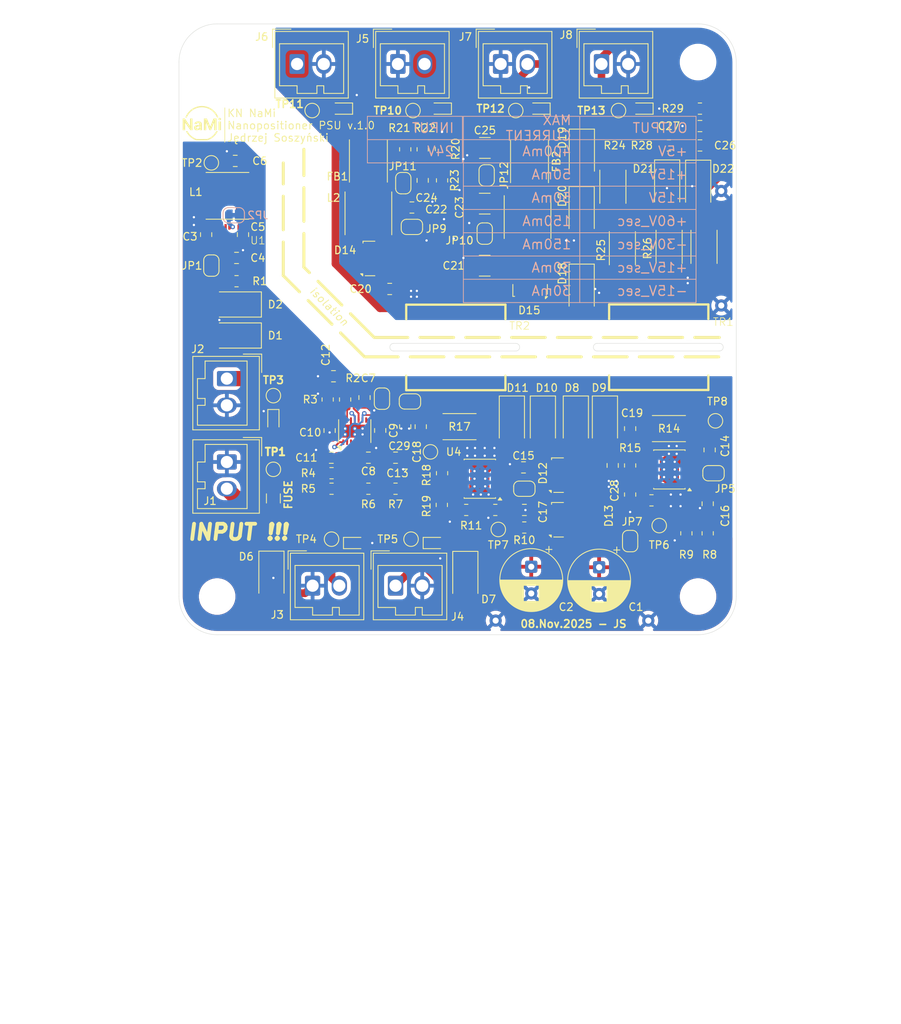
<source format=kicad_pcb>
(kicad_pcb (version 20241229) (generator "pcbnew") (generator_version "9.0")
  (layers (0 "F.Cu" signal) (2 "B.Cu" signal) (13 "F.Paste" user) (15 "B.Paste" user) (5 "F.SilkS" user "F.Silkscreen") (7 "B.SilkS" user "B.Silkscreen") (1 "F.Mask" user) (3 "B.Mask" user) (25 "Edge.Cuts" user))
  (net 0 "")
  (net 1 "GND")
  (net 2 "+24V")
  (net 3 "Net-(U1-Vcc)")
  (net 4 "+5V")
  (net 5 "Net-(U2-V_{OUT})")
  (net 6 "/+-15V_pri/C-")
  (net 7 "/+-15V_pri/C+")
  (net 8 "/+-15V_pri/BYP+")
  (net 9 "/+-15V_pri/BYP-")
  (net 10 "+15V_pri")
  (net 11 "-15V_pri")
  (net 12 "/+60V_-30V_sec/INTVcc")
  (net 13 "/+60V_-30V_sec/INTVcc'")
  (net 14 "/+60V_-30V_sec/Snub'")
  (net 15 "/+60V_-30V_sec/Snub")
  (net 16 "/+60V_-30V_sec/-L")
  (net 17 "GNDs")
  (net 18 "/+60V_-30V_sec/+L")
  (net 19 "Net-(JP4-B)")
  (net 20 "Net-(JP5-A)")
  (net 21 "-30V")
  (net 22 "+60V")
  (net 23 "+15V_sec")
  (net 24 "-15V_sec")
  (net 25 "/5V/LED")
  (net 26 "Net-(D4-K)")
  (net 27 "Net-(D5-A)")
  (net 28 "Net-(D8-K)")
  (net 29 "Net-(D8-A)")
  (net 30 "/+60V_-30V_sec/SW")
  (net 31 "Net-(D10-K)")
  (net 32 "Net-(D10-A)")
  (net 33 "/+60V_-30V_sec/SW'")
  (net 34 "/+60V_-30V_sec/sec2")
  (net 35 "Net-(D16-K)")
  (net 36 "Net-(D17-K)")
  (net 37 "Net-(D19-A)")
  (net 38 "Net-(D23-K)")
  (net 39 "Net-(D24-A)")
  (net 40 "/5V/fuse")
  (net 41 "Net-(JP1-B)")
  (net 42 "Net-(U1-LX)")
  (net 43 "/+-15V_pri/ADJ+")
  (net 44 "/+-15V_pri/ADJ-")
  (net 45 "/+60V_-30V_sec/EN")
  (net 46 "/+60V_-30V_sec/EN'")
  (net 47 "Net-(U3-Tc)")
  (net 48 "/+60V_-30V_sec/Rref")
  (net 49 "Net-(U4-Tc)")
  (net 50 "/+60V_-30V_sec/Rref'")
  (net 51 "/+60V_-30V_sec/RFB")
  (net 52 "/+60V_-30V_sec/RFB'")
  (net 53 "Net-(R20-Pad2)")
  (net 54 "Net-(R24-Pad2)")
  (net 55 "Net-(R25-Pad2)")
  (net 56 "/+60V_-30V_sec/sec1")
  (net 58 "Net-(TR1-Pad6)")
  (net 59 "/+60V_-30V_sec/power")
  (net 60 "Net-(JP11-A)")
  (net 61 "Net-(JP10-A)")
  (net 62 "Net-(JP2-B)")
  (net 63 "Net-(JP6-A)")
  (net 64 "Net-(JP13-B)")
  (footprint "Jumper:SolderJumper-2_P1.3mm_Bridged2Bar_RoundedPad1.0x1.5mm" (layer "F.Cu") (at 25.258 44.45)
    (property "Reference" "JP13" (hide yes))
    (property "Value" "SolderJumper_2_Bridged")
  )
  (footprint "TestPoint:TestPoint_Pad_D1.5mm" (layer "F.Cu") (at 36.83 61.214 180)
    (property "Reference" "TP7")
    (property "Value" "TestPoint")
  )
  (footprint "Capacitor_SMD:C_0805_2012Metric" (layer "F.Cu") (at -1.442 22.598 90)
    (property "Reference" "C3")
    (property "Value" "10u")
  )
  (footprint "Inductor_SMD:L_Wuerth_MAPI-5030" (layer "F.Cu") (at 19.812 19.812 -90)
    (property "Reference" "L2")
    (property "Value" "68uH")
  )
  (footprint "Package_SO:SOIC-8-1EP_3.9x4.9mm_P1.27mm_EP2.514x3.2mm_ThermalVias" (layer "F.Cu") (at 34.412 54.572 180)
    (property "Reference" "U4")
    (property "Value" "ADPL54203")
  )
  (footprint "MountingHole:MountingHole_4.3mm_M4_ISO14580" (layer "F.Cu") (at 0 70)
    (property "Reference" "H1" (hide yes))
    (property "Value" "MountingHole")
  )
  (footprint "Capacitor_SMD:C_0805_2012Metric" (layer "F.Cu") (at 63.246 8.382)
    (property "Reference" "C27")
    (property "Value" "1u")
  )
  (footprint "Package_SO:SOIC-8-1EP_3.9x4.9mm_P1.27mm_EP2.514x3.2mm_ThermalVias" (layer "F.Cu") (at 59.244 53.356 180)
    (property "Reference" "U3" (hide yes))
    (property "Value" "ADPL54203")
  )
  (footprint "Diode_SMD:D_SMA" (layer "F.Cu") (at 2.286 35.814 180)
    (property "Reference" "D1")
    (property "Value" "Z1SMA27")
  )
  (footprint "Resistor_SMD:R_0805_2012Metric" (layer "F.Cu") (at 63.246 6.096)
    (property "Reference" "R29")
    (property "Value" "1k")
  )
  (footprint "Fuse:Fuse_1206_3216Metric" (layer "F.Cu") (at 7.366 57.15 90)
    (property "Reference" "F1" (hide yes))
    (property "Value" "SBF32252ASTP")
  )
  (footprint "Diode_SMD:D_SMA" (layer "F.Cu") (at 47.776439 12.295638 -90)
    (property "Reference" "D19")
    (property "Value" "Z1SMA39")
  )
  (footprint "LED_SMD:LED_0603_1608Metric" (layer "F.Cu") (at 7.366 46.99 -90)
    (property "Reference" "D3" (hide yes))
    (property "Value" "LED")
  )
  (footprint "Resistor_SMD:R_0805_2012Metric" (layer "F.Cu") (at 16.764 44.196 -90)
    (property "Reference" "R2")
    (property "Value" "1.15M")
  )
  (footprint "Resistor_SMD:R_0805_2012Metric" (layer "F.Cu") (at 24.638 11.43 90)
    (property "Reference" "R21")
    (property "Value" "1k")
  )
  (footprint "Capacitor_SMD:C_0805_2012Metric" (layer "F.Cu") (at 2.54 25.654)
    (property "Reference" "C4")
    (property "Value" "1u")
  )
  (footprint "Resistor_SMD:R_0805_2012Metric" (layer "F.Cu") (at 54.102 52.832 -90)
    (property "Reference" "R15")
    (property "Value" "149k")
  )
  (footprint "Capacitor_SMD:C_1210_3225Metric" (layer "F.Cu") (at 35.076439 11.247638)
    (property "Reference" "C25")
    (property "Value" "10u")
  )
  (footprint "Resistor_SMD:R_2512_6332Metric" (layer "F.Cu") (at 59.182 48.006)
    (property "Reference" "R14")
    (property "Value" "39R")
  )
  (footprint "LED_SMD:LED_0603_1608Metric" (layer "F.Cu") (at 16.256 6.096 180)
    (property "Reference" "D16" (hide yes))
    (property "Value" "LED")
  )
  (footprint "Capacitor_SMD:C_0805_2012Metric" (layer "F.Cu") (at 19.812 51.816)
    (property "Reference" "C8")
    (property "Value" "10u")
  )
  (footprint "Jumper:SolderJumper-2_P1.3mm_Open_RoundedPad1.0x1.5mm" (layer "F.Cu") (at 35.306 14.844 -90)
    (property "Reference" "JP12")
    (property "Value" "SolderJumper_2_Open")
  )
  (footprint "Jumper:SolderJumper-2_P1.3mm_Bridged2Bar_RoundedPad1.0x1.5mm" (layer "F.Cu") (at 21.59 44.084 -90)
    (property "Reference" "JP4" (hide yes))
    (property "Value" "SolderJumper_2_Bridged")
  )
  (footprint "TestPoint:TestPoint_Pad_D1.5mm" (layer "F.Cu") (at 14.986 62.484)
    (property "Reference" "TP4")
    (property "Value" "TestPoint")
  )
  (footprint "Resistor_SMD:R_0805_2012Metric" (layer "F.Cu") (at 2.54 28.702)
    (property "Reference" "R1")
    (property "Value" "500R")
  )
  (footprint "Library:750313445" (layer "F.Cu") (at 35.566439 45.172759 180)
    (property "Reference" "TR2")
    (property "Value" "750313445")
  )
  (footprint "Jumper:SolderJumper-2_P1.3mm_Open_RoundedPad1.0x1.5mm" (layer "F.Cu") (at 24.384 15.86 90)
    (property "Reference" "JP11")
    (property "Value" "SolderJumper_2_Open")
  )
  (footprint "Resistor_SMD:R_2512_6332Metric" (layer "F.Cu") (at 51.840439 16.327638 -90)
    (property "Reference" "R24")
    (property "Value" "500R")
  )
  (footprint "MountingHole:MountingHole_4.3mm_M4_ISO14580" (layer "F.Cu") (at 63 70)
    (property "Reference" "H2" (hide yes))
    (property "Value" "MountingHole")
  )
  (footprint "Jumper:SolderJumper-2_P1.3mm_Bridged2Bar_RoundedPad1.0x1.5mm" (layer "F.Cu") (at 54.102 62.738 -90)
    (property "Reference" "JP7")
    (property "Value" "SolderJumper_2_Bridged")
  )
  (footprint "Resistor_SMD:R_0805_2012Metric" (layer "F.Cu") (at 61.468 61.722 90)
    (property "Reference" "R9")
    (property "Value" "48k")
  )
  (footprint "MountingHole:MountingHole_4.3mm_M4_ISO14580" (layer "F.Cu") (at 63 0)
    (property "Reference" "H3" (hide yes))
    (property "Value" "MountingHole")
  )
  (footprint "Capacitor_THT:C_Axial_L12.0mm_D6.5mm_P20.00mm_Horizontal" (layer "F.Cu") (at 36.482 73.152)
    (property "Reference" "JP3" (hide yes))
    (property "Value" "Jumper_2_Bridged")
  )
  (footprint "Capacitor_SMD:C_0805_2012Metric" (layer "F.Cu") (at 26.924 15.494 90)
    (property "Reference" "C24")
    (property "Value" "10u")
  )
  (footprint "Resistor_SMD:R_0805_2012Metric" (layer "F.Cu") (at 54.102 56.642 -90)
    (property "Reference" "R16" (hide yes))
    (property "Value" "10k")
  )
  (footprint "MountingHole:MountingHole_4.3mm_M4_ISO14580" (layer "F.Cu") (at 0 0)
    (property "Reference" "H4" (hide yes))
    (property "Value" "MountingHole")
  )
  (footprint "Jumper:SolderJumper-2_P1.3mm_Open_RoundedPad1.0x1.5mm" (layer "F.Cu") (at 35.052 22.464 -90)
    (property "Reference" "JP10")
    (property "Value" "SolderJumper_2_Open")
  )
  (footprint "Inductor_SMD:L_Wuerth_MAPI-5030" (layer "F.Cu") (at 1.352 17.518)
    (property "Reference" "L1")
    (property "Value" "68uH")
  )
  (footprint "Inductor_SMD:L_Coilcraft_1515SQ-68N" (layer "F.Cu") (at 40.918439 13.025638 90)
    (property "Reference" "FB2")
    (property "Value" "SPB0705-R12M")
  )
  (footprint "Resistor_SMD:R_2512_6332Metric" (layer "F.Cu") (at 59.206439 24.201638 90)
    (property "Reference" "R26")
    (property "Value" "500R")
  )
  (footprint "Package_TO_SOT_SMD:TO-277A" (layer "F.Cu") (at 22.264439 25.725638 90)
    (property "Reference" "D14")
    (property "Value" "V8PM10S")
  )
  (footprint "Capacitor_SMD:C_0805_2012Metric" (layer "F.Cu") (at 51.816 52.832 -90)
    (property "Reference" "C28")
    (property "Value" "10u")
  )
  (footprint "Capacitor_SMD:C_0805_2012Metric" (layer "F.Cu") (at 21.3605 48.251 -90)
    (property "Reference" "C9")
    (property "Value" "1u")
  )
  (footprint "Resistor_SMD:R_0805_2012Metric" (layer "F.Cu") (at 14.478 44.196 90)
    (property "Reference" "R3")
    (property "Value" "100k")
  )
  (footprint "Diode_SMD:D_SMA" (layer "F.Cu") (at 32.512 67.596 -90)
    (property "Reference" "D7")
    (property "Value" "Z1SMA16")
  )
  (footprint "Resistor_SMD:R_2512_6332Metric" (layer "F.Cu") (at 31.75 47.752)
    (property "Reference" "R17")
    (property "Value" "39R")
  )
  (footprint "Resistor_SMD:R_0805_2012Metric" (layer "F.Cu") (at 23.368 55.88 180)
    (property "Reference" "R7")
    (property "Value" "1k")
  )
  (footprint "LED_SMD:LED_0603_1608Metric" (layer "F.Cu") (at 55.626 6.096 180)
    (property "Reference" "D24" (hide yes))
    (property "Value" "LED")
  )
  (footprint "TestPoint:TestPoint_Pad_D1.5mm" (layer "F.Cu") (at 52.578 6.35)
    (property "Reference" "TP13")
    (property "Value" "TestPoint")
  )
  (footprint "Resistor_SMD:R_0805_2012Metric" (layer "F.Cu") (at 36.438 58.6595)
    (property "Reference" "R11")
    (property "Value" "48k")
  )
  (footprint "Connector_Wago:Wago_734-132_1x02_P3.50mm_Vertical" (layer "F.Cu") (at 1.27 52.38 -90)
    (property "Reference" "J1")
    (property "Value" "Conn_01x02_Socket")
  )
  (footprint "Diode_SMD:D_SMA" (layer "F.Cu") (at 42.672 47.244 -90)
    (property "Reference" "D10")
    (property "Value" "Z1SMA39")
  )
  (footprint "Jumper:SolderJumper-2_P1.3mm_Bridged2Bar_RoundedPad1.0x1.5mm" (layer "F.Cu") (at 40.244 55.88)
    (property "Reference" "JP6" (hide yes))
    (property "Value" "SolderJumper_2_Bridged")
  )
  (footprint "Resistor_SMD:R_0805_2012Metric" (layer "F.Cu") (at 40.2355 60.96 180)
    (property "Reference" "R10")
    (property "Value" "680k")
  )
  (footprint "LED_SMD:LED_0603_1608Metric" (layer "F.Cu") (at 28.4735 62.992)
    (property "Reference" "D5" (hide yes))
    (property "Value" "LED")
  )
  (footprint "Capacitor_SMD:C_1210_3225Metric" (layer "F.Cu") (at 35.052 18.542)
    (property "Reference" "C23")
    (property "Value" "10u")
  )
  (footprint "Capacitor_SMD:C_0805_2012Metric" (layer "F.Cu") (at 3.384 22.598 90)
    (property "Reference" "C5")
    (property "Value" "10u")
  )
  (footprint "Capacitor_SMD:C_0805_2012Metric" (layer "F.Cu") (at 64.516 50.8 -90)
    (property "Reference" "C14")
    (property "Value" "10u")
  )
  (footprint "TestPoint:TestPoint_Pad_D1.5mm" (layer "F.Cu") (at 12.446 6.35)
    (property "Reference" "TP11")
    (property "Value" "TestPoint")
  )
  (footprint "Package_TO_SOT_SMD:TO-277A" (layer "F.Cu") (at 46.966 54.102 90)
    (property "Reference" "D12")
    (property "Value" "V8PM10S")
  )
  (footprint "Library:ADPL16000footprint" (layer "F.Cu") (at -2.594 16.082)
    (property "Reference" "U1")
    (property "Value" "ADPL16000B")
  )
  (footprint "Diode_SMD:D_SMA" (layer "F.Cu") (at 47.752 29.972 -90)
    (property "Reference" "D18")
    (property "Value" "Z1SMA39")
  )
  (footprint "Resistor_SMD:R_0805_2012Metric" (layer "F.Cu") (at 26.924 11.43 -90)
    (property "Reference" "R20")
    (property "Value" "1k")
  )
  (footprint "Jumper:SolderJumper-2_P1.3mm_Bridged2Bar_RoundedPad1.0x1.5mm" (layer "F.Cu") (at 65.024 53.848)
    (property "Reference" "JP5")
    (property "Value" "SolderJumper_2_Bridged")
  )
  (footprint "Resistor_SMD:R_0805_2012Metric" (layer "F.Cu") (at 56.896 57.404)
    (property "Reference" "R12" (hide yes))
    (property "Value" "115k")
  )
  (footprint "Diode_SMD:D_SMA" (layer "F.Cu") (at 46.99 47.244 -90)
    (property "Reference" "D8")
    (property "Value" "Z1SMA39")
  )
  (footprint "Inductor_SMD:L_Wuerth_MAPI-5030" (layer "F.Cu") (at 40.664439 20.303638 90)
    (property "Reference" "L3" (hide yes))
    (property "Value" "68uH")
  )
  (footprint "LED_SMD:LED_0603_1608Metric" (layer "F.Cu") (at 29.21 6.096 180)
    (property "Reference" "D17" (hide yes))
    (property "Value" "LED")
  )
  (footprint "Package_DFN_QFN:DFN-14-1EP_3x4mm_P0.5mm_EP1.7x3.3mm" (layer "F.Cu") (at 18.026 48.334 90)
    (property "Reference" "U2" (hide yes))
    (property "Value" "LTC3260xDE")
  )
  (footprint "LED_SMD:LED_0603_1608Metric" (layer "F.Cu") (at 42.1385 6.096 180)
    (property "Reference" "D23" (hide yes))
    (property "Value" "LED")
  )
  (footprint "Capacitor_SMD:C_0805_2012Metric" (layer "F.Cu") (at 2.368 12.946)
    (property "Reference" "C6")
    (property "Value" "10u")
  )
  (footprint "Capacitor_SMD:C_0805_2012Metric" (layer "F.Cu") (at 22.606 29.718)
    (property "Reference" "C20")
    (property "Value" "10u")
  )
  (footprint "TestPoint:TestPoint_Pad_D1.5mm" (layer "F.Cu") (at 25.4 62.484)
    (property "Reference" "TP5")
    (property "Value" "TestPoint")
  )
  (footprint "TestPoint:TestPoint_Pad_D1.5mm" (layer "F.Cu") (at -0.762 13.2)
    (property "Reference" "TP2")
    (property "Value" "TestPoint")
  )
  (footprint "Capacitor_SMD:C_0805_2012Metric" (layer "F.Cu") (at 25.512 19.05)
    (property "Reference" "C22")
    (property "Value" "10u")
  )
  (footprint "Package_TO_SOT_SMD:TO-277A" (layer "F.Cu") (at 46.966 59.944 90)
    (property "Reference" "D13")
    (property "Value" "V8PM10S")
  )
  (footprint "TestPoint:TestPoint_Pad_D1.5mm" (layer "F.Cu") (at 27.94 51.054 90)
    (property "Reference" "TP9" (hide yes))
    (property "Value" "TestPoint")
  )
  (footprint "Capacitor_SMD:C_0805_2012Metric" (layer "F.Cu") (at 14.954 51.816)
    (property "Reference" "C11")
    (property "Value" "10n")
  )
  (footprint "Diode_SMD:D_SMA" (layer "F.Cu") (at 63.016439 16.359638 -90)
    (property "Reference" "D22")
    (property "Value" "Z1SMA15")
  )
  (footprint "Jumper:SolderJumper-2_P1.3mm_Bridged2Bar_RoundedPad1.0x1.5mm" (layer "F.Cu") (at -0.761 26.655 90)
    (property "Reference" "JP1")
    (property "Value" "SolderJumper_2_Bridged")
  )
  (footprint "TestPoint:TestPoint_Pad_D1.5mm" (layer "F.Cu") (at 39.116 6.35)
    (property "Reference" "TP12")
    (property "Value" "TestPoint")
  )
  (footprint "Capacitor_SMD:C_0805_2012Metric" (layer "F.Cu") (at 19.304 43.942 90)
    (property "Reference" "C7")
    (property "Value" "10u")
  )
  (footprint "Resistor_SMD:R_2512_6332Metric" (layer "F.Cu") (at 53.086 24.384 -90)
    (property "Reference" "R25")
    (property "Value" "500R")
  )
  (footprint "TestPoint:TestPoint_Pad_D1.5mm" (layer "F.Cu") (at 65.278 46.99 90)
    (property "Reference" "TP8")
    (property "Value" "TestPoint")
  )
  (footprint "Package_TO_SOT_SMD:TO-277A" (layer "F.Cu") (at 40.996439 27.527638 180)
    (property "Reference" "D15")
    (property "Value" "V8PM10S")
  )
  (footprint "Resistor_SMD:R_0805_2012Metric" (layer "F.Cu") (at 59.182 10.922 180)
    (property "Reference" "R28")
    (property "Value" "1k")
  )
  (footprint "Resistor_SMD:R_2512_6332Metric" (layer "F.Cu") (at 63.778439 24.201638 -90)
    (property "Reference" "R27" (hide yes))
    (property "Value" "500R")
  )
  (footprint "Capacitor_SMD:C_0805_2012Metric" (layer "F.Cu") (at 54.102 48.006 90)
    (property "Reference" "C19")
    (property "Value" "1n")
  )
  (footprint "Capacitor_SMD:C_0805_2012Metric" (layer "F.Cu") (at 24.638 47.752 -90)
    (property "Reference" "C29")
    (property "Value" "10u")
  )
  (footprint "Capacitor_THT:C_Axial_L12.0mm_D6.5mm_P15.00mm_Horizontal" (layer "F.Cu") (at 66.04 31.884 90)
    (property "Reference" "JP8" (hide yes))
    (property "Value" "Jumper_2_Bridged")
  )
  (footprint "Inductor_SMD:L_Coilcraft_1515SQ-68N" (layer "F.Cu") (at 19.812 12.954 90)
    (property "Reference" "FB1")
    (property "Value" "SPB0705-R12M")
  )
  (footprint "LED_SMD:LED_0603_1608Metric" (layer "F.Cu") (at 18.034 62.992)
    (property "Reference" "D4" (hide yes))
    (property "Value" "LED")
  )
  (footprint "Capacitor_SMD:C_0805_2012Metric" (layer "F.Cu") (at 26.67 47.752 90)
    (property "Reference" "C18")
    (property "Value" "1n")
  )
  (footprint "Resistor_SMD:R_0805_2012Metric" (layer "F.Cu") (at 29.3135 11.383 90)
    (property "Reference" "R22")
    (property "Value" "10k")
  )
  (footprint "Capacitor_SMD:C_0805_2012Metric" (layer "F.Cu") (at 40.248 58.6595)
    (property "Reference" "C17")
    (property "Value" "1u")
  )
  (footprint "Capacitor_SMD:C_0805_2012Metric" (layer "F.Cu") (at 14.732 48.26 -90)
    (property "Reference" "C10")
    (property "Value" "10n")
  )
  (footprint "Capacitor_SMD:C_0805_2012Metric" (layer "F.Cu") (at 23.368 51.816)
    (property "Reference" "C13")
    (property "Value" "10u")
  )
  (footprint "Diode_SMD:D_SMA" (layer "F.Cu") (at 2.286 31.75 180)
    (property "Reference" "D2")
    (property "Value" "Z1SMA5.6")
  )
  (footprint "Symbol:nami_logo_4.5mm" (layer "F.Cu") (at -2 8)
    (property "Reference" "G***" (hide yes))
    (property "Value" "LOGO" (hide yes))
  )
  (footprint "Capacitor_SMD:C_0805_2012Metric" (layer "F.Cu") (at 15.24 41.148)
    (property "Reference" "C12")
    (property "Value" "10u")
  )
  (footprint "Connector_Wago:Wago_734-132_1x02_P3.50mm_Vertical" (layer "F.Cu") (at 10.47 0.254)
    (property "Reference" "J6")
    (property "Value" "Conn_01x02_Socket")
  )
  (footprint "TestPoint:TestPoint_Pad_D1.5mm" (layer "F.Cu") (at 57.912 60.706 90)
    (property "Reference" "TP6")
    (property "Value" "TestPoint")
  )
  (footprint "Capacitor_THT:CP_Radial_D8.0mm_P3.50mm" (layer "F.Cu") (at 41.148 66.096 -90)
    (property "Reference" "C2")
    (property "Value" "220u")
  )
  (footprint "Diode_SMD:D_SMA" (layer "F.Cu") (at 50.8 47.244 -90)
    (property "Reference" "D9")
    (property "Value" "Z1SMA15")
  )
  (footprint "Resistor_SMD:R_0805_2012Metric" (layer "F.Cu") (at 29.4295 58.001 -90)
    (property "Reference" "R19")
    (property "Value" "10k")
  )
  (footprint "Capacitor_SMD:C_0805_2012Metric" (layer "F.Cu") (at 64.262 57.846 -90)
    (property "Reference" "C16")
    (property "Value" "1u")
  )
  (footprint "Connector_Wago:Wago_734-132_1x02_P3.50mm_Vertical" (layer "F.Cu") (at 23.368 68.58)
    (property "Reference" "J4")
    (property "Value" "Conn_01x02_Socket")
  )
  (footprint "Connector_Wago:Wago_734-132_1x02_P3.50mm_Vertical" (layer "F.Cu") (at 12.502 68.58)
    (property "Reference" "J3")
    (property "Value" "Conn_01x02_Socket")
  )
  (footprint "TestPoint:TestPoint_Pad_D1.5mm" (layer "F.Cu") (at 7.366 43.688)
    (property "Reference" "TP3")
    (property "Value" "TestPoint")
  )
  (footprint "Capacitor_SMD:C_0805_2012Metric" (layer "F.Cu") (at 63.246 10.922)
    (property "Reference" "C26")
    (property "Value" "1u")
  )
  (footprint "Jumper:SolderJumper-2_P1.3mm_Open_RoundedPad1.0x1.5mm" (layer "F.Cu") (at 25.512 21.59)
    (property "Reference" "JP9")
    (property "Value" "SolderJumper_2_Open")
  )
  (footprint "Capacitor_THT:CP_Radial_D8.0mm_P3.50mm" (layer "F.Cu") (at 50.038 66.165349 -90)
    (property "Reference" "C1")
    (property "Value" "220u")
  )
  (footprint "Connector_Wago:Wago_734-132_1x02_P3.50mm_Vertical" (layer "F.Cu") (at 1.27 41.458 -90)
    (property "Reference" "J2")
    (property "Value" "Conn_01x02_Socket")
  )
  (footprint "Diode_SMD:D_SMA" (layer "F.Cu") (at 58.952439 16.327638 -90)
    (property "Reference" "D21")
    (property "Value" "Z1SMA15")
  )
  (footprint "Diode_SMD:D_SMA" (layer "F.Cu") (at 38.608 47.244 -90)
    (property "Reference" "D11")
    (property "Value" "Z1SMA15")
  )
  (footprint "Resistor_SMD:R_0805_2012Metric" (layer "F.Cu") (at 29.464 15.494 -90)
    (property "Reference" "R23")
    (property "Value" "10k")
  )
  (footprint "Resistor_SMD:R_0805_2012Metric" (layer "F.Cu") (at 32.628 58.6595)
    (property "Reference" "R13" (hide yes))
    (property "Value" "115k")
  )
  (footprint "Diode_SMD:D_SMA" (layer "F.Cu") (at 7.112 67.564 -90)
    (property "Reference" "D6")
    (property "Value" "Z1SMA16")
  )
  (footprint "Library:750313445" (layer "F.Cu") (at 62.147439 45.148258 180)
    (property "Reference" "TR1")
    (property "Value" "750313445")
  )
  (footprint "Resistor_SMD:R_0805_2012Metric" (layer "F.Cu") (at 19.812 55.88)
    (property "Reference" "R6")
    (property "Value" "1k")
  )
  (footprint "Connector_Wago:Wago_734-132_1x02_P3.50mm_Vertical" (layer "F.Cu") (at 37.14 0.254)
    (property "Reference" "J7")
    (property "Value" "Conn_01x02_Socket")
  )
  (footprint "TestPoint:TestPoint_Pad_D1.5mm" (layer "F.Cu") (at 7.366 53.34)
    (property "Reference" "TP1")
    (property "Value" "TestPoint")
  )
  (footprint "Connector_Wago:Wago_734-132_1x02_P3.50mm_Vertical" (layer "F.Cu") (at 50.348 0.254)
    (property "Reference" "J8")
    (property "Value" "Conn_01x02_Socket")
  )
  (footprint "TestPoint:TestPoint_Pad_D1.5mm" (layer "F.Cu") (at 25.654 6.35)
    (property "Reference" "TP10")
    (property "Value" "TestPoint")
  )
  (footprint "Connector_Wago:Wago_734-132_1x02_P3.50mm_Vertical" (layer "F.Cu") (at 23.678 0.254)
    (property "Reference" "J5")
    (property "Value" "Conn_01x02_Socket")
  )
  (footprint "Resistor_SMD:R_0805_2012Metric" (layer "F.Cu") (at 29.464 53.848 -90)
    (property "Reference" "R18")
    (property "Value" "150k")
  )
  (footprint "Capacitor_SMD:C_0805_2012Metric" (layer "F.Cu") (at 40.132 53.086)
    (property "Reference" "C15")
    (property "Value" "10u")
  )
  (footprint "Diode_SMD:D_SMA" (layer "F.Cu") (at 47.752 19.812 -90)
    (property "Reference" "D20")
    (property "Value" "Z1SMA39")
  )
  (footprint "Resistor_SMD:R_0805_2012Metric" (layer "F.Cu") (at 14.986 53.848)
    (property "Reference" "R4")
    (property "Value" "100k")
  )
  (footprint "Resistor_SMD:R_0805_2012Metric" (layer "F.Cu") (at 14.986 55.88)
    (property "Reference" "R5")
    (property "Value" "1.15M")
  )
  (footprint "Resistor_SMD:R_0805_2012Metric" (layer "F.Cu") (at 64.262 61.722 90)
    (property "Reference" "R8")
    (property "Value" "680k")
  )
  (footprint "Capacitor_SMD:C_1210_3225Metric" (layer "F.Cu") (at 35.052 26.67)
    (property "Reference" "C21")
    (property "Value" "10u")
  )
  (footprint "Jumper:SolderJumper-2_P1.3mm_Bridged_RoundedPad1.0x1.5mm" (layer "B.Cu") (at 2.174 20.066 180)
    (property "Reference" "JP2")
    (property "Value" "SolderJumper_2_Open")
  )
  (gr_line (start 11.361443 26.855443) (end 11.361443 11.43) (stroke (width 0.4) (type dash)) (layer "F.SilkS"))
  (gr_line (start 20.574 36.068) (end 11.361443 26.855443) (stroke (width 0.4) (type dash)) (layer "F.SilkS"))
  (gr_line (start 20.574 36.068) (end 65.786 36.068) (stroke (width 0.4) (type dash)) (layer "F.SilkS"))
  (gr_line (start 1 6) (end 1 10.5) (stroke (width 0.1)) (layer "F.SilkS"))
  (gr_line (start 19.304 38.608) (end 67.056 38.608) (stroke (width 0.4) (type dash)) (layer "F.SilkS"))
  (gr_line (start 8.663552 27.967552) (end 8.663552 13.208) (stroke (width 0.4) (type dash)) (layer "F.SilkS"))
  (gr_line (start 19.276447 38.580447) (end 8.663552 27.967552) (stroke (width 0.4) (type dash)) (layer "F.SilkS"))
  (gr_line (start 0 75) (end 63 75) (stroke (width 0.05)) (layer "Edge.Cuts"))
  (gr_line (start 68 70) (end 68 69.342) (stroke (width 0.05)) (layer "Edge.Cuts"))
  (gr_line (start 23.11921 37.846) (end 39.116 37.846) (stroke (width 0.05)) (layer "Edge.Cuts"))
  (gr_arc (start -5 0) (mid -3.535537 -3.535531) (end -0.000009 -5) (stroke (width 0.05)) (layer "Edge.Cuts"))
  (gr_line (start 49.78921 37.846) (end 65.786 37.846) (stroke (width 0.05)) (layer "Edge.Cuts"))
  (gr_arc (start 68 70) (mid 66.535534 73.535534) (end 63 75) (stroke (width 0.05)) (layer "Edge.Cuts"))
  (gr_line (start 63 -5) (end 0 -5) (stroke (width 0.05)) (layer "Edge.Cuts"))
  (gr_arc (start 39.125452 36.839688) (mid 39.628608 37.342844) (end 39.125452 37.846) (stroke (width 0.05)) (layer "Edge.Cuts"))
  (gr_line (start 39.125452 36.839689) (end 23.11921 36.839688) (stroke (width 0.05)) (layer "Edge.Cuts"))
  (gr_line (start -5 0) (end -5 69.596) (stroke (width 0.05)) (layer "Edge.Cuts"))
  (gr_arc (start 23.11921 37.846) (mid 22.616054 37.342844) (end 23.11921 36.839688) (stroke (width 0.05)) (layer "Edge.Cuts"))
  (gr_arc (start 49.78921 37.846) (mid 49.286054 37.342844) (end 49.78921 36.839688) (stroke (width 0.05)) (layer "Edge.Cuts"))
  (gr_arc (start 0 75) (mid -3.535525 73.535543) (end -5 70.000026) (stroke (width 0.05)) (layer "Edge.Cuts"))
  (gr_arc (start 65.795452 36.839688) (mid 66.298608 37.342844) (end 65.795452 37.846) (stroke (width 0.05)) (layer "Edge.Cuts"))
  (gr_line (start -5 69.596) (end -5 70.000026) (stroke (width 0.05)) (layer "Edge.Cuts"))
  (gr_arc (start 63 -5) (mid 66.535534 -3.535534) (end 68 0) (stroke (width 0.05)) (layer "Edge.Cuts"))
  (gr_line (start 65.795452 36.839689) (end 49.78921 36.839688) (stroke (width 0.05)) (layer "Edge.Cuts"))
  (gr_line (start 68 69.342) (end 68 0) (stroke (width 0.05)) (layer "Edge.Cuts"))
  (gr_text "isolation" (at 11.938 30.1 315) (layer "F.SilkS") (effects (font (size 1 1) (thickness 0.125) (italic yes)) (justify left bottom)))
  (gr_text "INPUT !!!" (at -4.064 62.738 0) (layer "F.SilkS") (effects (font (size 2 2) (thickness 0.5) (bold yes) (italic yes)) (justify left bottom)))
  (gr_text "KN NaMi\nNanopositioner PSU v.1.0\nJędrzej Soszyński\n" (at 1.25 10.5 0) (layer "F.SilkS") (effects (font (size 1 1) (thickness 0.125)) (justify left bottom)))
  (gr_text "08.Nov.2025 - JS" (at 39.624 74.168 0) (layer "F.SilkS") (effects (font (size 1 1) (thickness 0.2) (bold yes)) (justify left bottom)))
  (gr_text "FUSE\n" (at 9.906 58.674 90) (layer "F.SilkS") (effects (font (size 1 1) (thickness 0.2) (bold yes)) (justify left bottom)))
  (table (column_count 1) (layer "B.SilkS") (border (external yes) (header yes) (stroke (width 0.1))) (separators (rows yes) (cols yes) (stroke (width 0.1))) (column_widths 12.446) (row_heights 3.048 3.048) (cells (table_cell "INPUT" (start 19.685 7.112) (end 32.131 10.16) (margins 1.0025 1.0025 1.0025 1.0025) (span 1 1) (layer "B.SilkS") (effects (font (size 1.27 1.27)) (justify left mirror))) (table_cell "24V" (start 19.685 10.16) (end 32.131 13.208) (margins 1.0025 1.0025 1.0025 1.0025) (span 1 1) (layer "B.SilkS") (effects (font (size 1.27 1.27)) (justify left mirror)))))
  (table (column_count 2) (layer "B.SilkS") (border (external yes) (header yes) (stroke (width 0.1))) (separators (rows yes) (cols yes) (stroke (width 0.1))) (column_widths 15.24 15.24) (row_heights 3.048 3.048 3.048 3.048 3.048 3.048 3.048 3.048) (cells (table_cell "MAX CURRENT" (start 32.258 7.112) (end 47.498 10.16) (margins 1.0025 1.0025 1.0025 1.0025) (span 1 1) (layer "B.SilkS") (effects (font (size 1.27 1.27)) (justify left mirror))) (table_cell "OUTPUT" (start 47.498 7.112) (end 62.738 10.16) (margins 1.0025 1.0025 1.0025 1.0025) (span 1 1) (layer "B.SilkS") (effects (font (size 1.27 1.27)) (justify left mirror))) (table_cell "400mA" (start 32.258 10.16) (end 47.498 13.208) (margins 1.0025 1.0025 1.0025 1.0025) (span 1 1) (layer "B.SilkS") (effects (font (size 1.27 1.27)) (justify left mirror))) (table_cell "+5V" (start 47.498 10.16) (end 62.738 13.208) (margins 1.0025 1.0025 1.0025 1.0025) (span 1 1) (layer "B.SilkS") (effects (font (size 1.27 1.27)) (justify left mirror))) (table_cell "50mA" (start 32.258 13.208) (end 47.498 16.256) (margins 1.0025 1.0025 1.0025 1.0025) (span 1 1) (layer "B.SilkS") (effects (font (size 1.27 1.27)) (justify left mirror))) (table_cell "+15V" (start 47.498 13.208) (end 62.738 16.256) (margins 1.0025 1.0025 1.0025 1.0025) (span 1 1) (layer "B.SilkS") (effects (font (size 1.27 1.27)) (justify left mirror))) (table_cell "50mA" (start 32.258 16.256) (end 47.498 19.304) (margins 1.0025 1.0025 1.0025 1.0025) (span 1 1) (layer "B.SilkS") (effects (font (size 1.27 1.27)) (justify left mirror))) (table_cell "-15V" (start 47.498 16.256) (end 62.738 19.304) (margins 1.0025 1.0025 1.0025 1.0025) (span 1 1) (layer "B.SilkS") (effects (font (size 1.27 1.27)) (justify left mirror))) (table_cell "150mA" (start 32.258 19.304) (end 47.498 22.352) (margins 1.0025 1.0025 1.0025 1.0025) (span 1 1) (layer "B.SilkS") (effects (font (size 1.27 1.27)) (justify left mirror))) (table_cell "+60V_sec" (start 47.498 19.304) (end 62.738 22.352) (margins 1.0025 1.0025 1.0025 1.0025) (span 1 1) (layer "B.SilkS") (effects (font (size 1.27 1.27)) (justify left mirror))) (table_cell "150mA" (start 32.258 22.352) (end 47.498 25.4) (margins 1.0025 1.0025 1.0025 1.0025) (span 1 1) (layer "B.SilkS") (effects (font (size 1.27 1.27)) (justify left mirror))) (table_cell "-30V_sec" (start 47.498 22.352) (end 62.738 25.4) (margins 1.0025 1.0025 1.0025 1.0025) (span 1 1) (layer "B.SilkS") (effects (font (size 1.27 1.27)) (justify left mirror))) (table_cell "30mA" (start 32.258 25.4) (end 47.498 28.448) (margins 1.0025 1.0025 1.0025 1.0025) (span 1 1) (layer "B.SilkS") (effects (font (size 1.27 1.27)) (justify left mirror))) (table_cell "+15V_sec" (start 47.498 25.4) (end 62.738 28.448) (margins 1.0025 1.0025 1.0025 1.0025) (span 1 1) (layer "B.SilkS") (effects (font (size 1.27 1.27)) (justify left mirror))) (table_cell "30mA" (start 32.258 28.448) (end 47.498 31.496) (margins 1.0025 1.0025 1.0025 1.0025) (span 1 1) (layer "B.SilkS") (effects (font (size 1.27 1.27)) (justify left mirror))) (table_cell "-15V_sec" (start 47.498 28.448) (end 62.738 31.496) (margins 1.0025 1.0025 1.0025 1.0025) (span 1 1) (layer "B.SilkS") (effects (font (size 1.27 1.27)) (justify left mirror)))))
  (segment (start 35.052 50.546) (end 35.052 52.07) (width 1) (layer "F.Cu") (net 1))
  (segment (start 0.28942 22.352) (end -0.738 22.352) (width 0.25) (layer "F.Cu") (net 1))
  (segment (start 36.322 50.546) (end 36.322 51.562) (width 1) (layer "F.Cu") (net 1))
  (segment (start 20.762 51.816) (end 20.762 51.276) (width 1) (layer "F.Cu") (net 1))
  (segment (start -3.048 21.336) (end -3.048 20.32) (width 2) (layer "F.Cu") (net 1))
  (segment (start 29.226501 65.007499) (end 29.815001 65.596) (width 1) (layer "F.Cu") (net 1))
  (segment (start 0.286 33.782) (end 0.286 35.814) (width 1) (layer "F.Cu") (net 1))
  (segment (start 61.468 62.6345) (end 59.9565 62.6345) (width 1) (layer "F.Cu") (net 1))
  (segment (start 7.112 67.818) (end 7.366 67.564) (width 1) (layer "F.Cu") (net 1))
  (segment (start 59.944 55.9055) (end 60.43925 56.40075) (width 1) (layer "F.Cu") (net 1))
  (segment (start 36.017 52.667) (end 35.112 53.572) (width 1) (layer "F.Cu") (net 1))
  (segment (start 54.102 57.5545) (end 54.102 58.928) (width 1) (layer "F.Cu") (net 1))
  (segment (start 39.182 53.086) (end 38.763 52.667) (width 1) (layer "F.Cu") (net 1))
  (segment (start 36.322 51.562) (end 36.068 51.562) (width 1) (layer "F.Cu") (net 1))
  (segment (start 59.436 56.642) (end 59.436 55.248) (width 1) (layer "F.Cu") (net 1))
  (segment (start 24.318 51.816) (end 24.318 53.274) (width 1) (layer "F.Cu") (net 1))
  (segment (start 59.436 58.166) (end 60.6805 58.166) (width 1) (layer "F.Cu") (net 1))
  (segment (start 41.1835 58.674) (end 41.198 58.6595) (width 0.5) (layer "F.Cu") (net 1))
  (segment (start 40.386 58.674) (end 41.1835 58.674) (width 0.5) (layer "F.Cu") (net 1))
  (segment (start 27.686 63.466999) (end 29.226501 65.007499) (width 1) (layer "F.Cu") (net 1))
  (segment (start 17.026 49.784) (end 17.026 49.334) (width 0.25) (layer "F.Cu") (net 1))
  (segment (start 59.436 56.642) (end 59.436 58.166) (width 1) (layer "F.Cu") (net 1))
  (segment (start 60.198 50.292) (end 59.182 50.292) (width 1) (layer "F.Cu") (net 1))
  (segment (start 33.712 53.41) (end 35.052 52.07) (width 1) (layer "F.Cu") (net 1))
  (segment (start -0.738 22.352) (end -1.442 21.648) (width 0.25) (layer "F.Cu") (net 1))
  (segment (start 60.6805 58.166) (end 60.6805 57.1245) (width 1) (layer "F.Cu") (net 1))
  (segment (start 35.5255 58.6595) (end 35.5255 59.69) (width 0.5) (layer "F.Cu") (net 1))
  (segment (start 20.828 51.21) (end 20.828 50.585) (width 1) (layer "F.Cu") (net 1))
  (segment (start 17.846 48.514) (end 18.026 48.334) (width 1) (layer "F.Cu") (net 1))
  (segment (start 34.036 50.546) (end 32.766 50.546) (width 1) (layer "F.Cu") (net 1))
  (segment (start 0.606 21.582) (end 0.606 22.03542) (width 0.25) (layer "F.Cu") (net 1))
  (segment (start 35.052 52.07) (end 35.052 52.578) (width 1) (layer "F.Cu") (net 1))
  (segment (start 38.763 52.667) (end 38.354 52.667) (width 1) (layer "F.Cu") (net 1))
  (segment (start 20.574 45.628) (end 20.04 45.628) (width 0.25) (layer "F.Cu") (net 1))
  (segment (start 6.096 45.72) (end 6.8835 45.72) (width 1) (layer "F.Cu") (net 1))
  (segment (start 32.766 50.546) (end 33.712 51.492) (width 1) (layer "F.Cu") (net 1))
  (segment (start 63.622 58.796) (end 64.262 58.796) (width 1) (layer "F.Cu") (net 1))
  (segment (start 59.182 51.308) (end 59.182 51.718) (width 1) (layer "F.Cu") (net 1))
  (segment (start 59.436 55.248) (end 58.544 54.356) (width 1) (layer "F.Cu") (net 1))
  (segment (start 14.004 51.816) (end 14.004 53.7785) (width 1) (layer "F.Cu") (net 1))
  (segment (start 20.508 51.816) (end 20.762 51.816) (width 1) (layer "F.Cu") (net 1))
  (segment (start 7.112 69.564) (end 11.518 69.564) (width 1) (layer "F.Cu") (net 1))
  (segment (start 37.0495 52.2895) (end 36.322 51.562) (width 1) (layer "F.Cu") (net 1))
  (segment (start 34.036 53.248) (end 33.712 53.572) (width 1) (layer "F.Cu") (net 1))
  (segment (start 0.286 31.75) (end 0.286 33.782) (width 1) (layer "F.Cu") (net 1))
  (segment (start 35.052 52.578) (end 35.052 53.512) (width 1) (layer "F.Cu") (net 1))
  (segment (start 33.712 51.492) (end 33.712 53.572) (width 1) (layer "F.Cu") (net 1))
  (segment (start 35.052 53.512) (end 35.112 53.572) (width 1) (layer "F.Cu") (net 1))
  (segment (start 63.246 58.42) (end 63.622 58.796) (width 1) (layer "F.Cu") (net 1))
  (segment (start 24.638 48.702) (end 24.638 48.006) (width 1) (layer "F.Cu") (net 1))
  (segment (start 64.516 49.85) (end 63.4825 49.85) (width 1) (layer "F.Cu") (net 1))
  (segment (start 1.418 11.832) (end 1.27 11.684) (width 2) (layer "F.Cu") (net 1))
  (segment (start 24.318 53.274) (end 24.384 53.34) (width 1) (layer "F.Cu") (net 1))
  (segment (start 14.732 48.514) (end 17.846 48.514) (width 1) (layer "F.Cu") (net 1))
  (segment (start 37.0495 52.667) (end 37.0495 52.2895) (width 1) (layer "F.Cu") (net 1))
  (segment (start 36.068 51.562) (end 35.052 50.546) (width 1) (layer "F.Cu") (net 1))
  (segment (start 17.526 46.884) (end 17.526 47.834) (width 0.25) (layer "F.Cu") (net 1))
  (segment (start 6.8835 45.72) (end 7.366 46.2025) (width 1) (layer "F.Cu") (net 1))
  (segment (start 36.322 50.546) (end 34.036 50.546) (width 1) (layer "F.Cu") (net 1))
  (segment (start 35.5255 59.69) (end 35.5255 59.7245) (width 0.5) (layer "F.Cu") (net 1))
  (segment (start 54.102 58.928) (end 58.674 58.928) (width 1) (layer "F.Cu") (net 1))
  (segment (start -2.736 21.648) (end -1.454 21.648) (width 2) (layer "F.Cu") (net 1))
  (segment (start 59.182 50.292) (end 59.182 51.308) (width 1) (layer "F.Cu") (net 1))
  (segment (start 59.182 51.718) (end 58.544 52.356) (width 1) (layer "F.Cu") (net 1))
  (segment (start 33.782 50.546) (end 32.766 51.562) (width 1) (layer "F.Cu") (net 1))
  (segment (start 13.208 41.148) (end 14.29 41.148) (width 1) (layer "F.Cu") (net 1))
  (segment (start 51.816 53.782) (end 51.816 55.626) (width 2) (layer "F.Cu") (net 1))
  (segment (start 59.436 58.166) (end 60.579 57.023) (width 1) (layer "F.Cu") (net 1))
  (segment (start 7.112 69.564) (end 7.112 67.818) (width 1) (layer "F.Cu") (net 1))
  (segment (start 13.3585 43.2835) (end 14.478 43.2835) (width 1) (layer "F.Cu") (net 1))
  (segment (start 17.026 49.334) (end 18.026 48.334) (width 0.25) (layer "F.Cu") (net 1))
  (segment (start 36.322 51.562) (end 32.766 51.562) (width 1) (layer "F.Cu") (net 1))
  (segment (start 11.518 69.564) (end 12.502 68.58) (width 1) (layer "F.Cu") (net 1))
  (segment (start 13.208 43.434) (end 13.3585 43.2835) (width 1) (layer "F.Cu") (net 1))
  (segment (start 3.384 23.548) (end 3.384 24.638) (width 1) (layer "F.Cu") (net 1))
  (segment (start -3.048 21.336) (end -2.736 21.648) (width 2) (layer "F.Cu") (net 1))
  (segment (start 3.384 25.786) (end 3.491 25.893) (width 1) (layer "F.Cu") (net 1))
  (segment (start 34.036 50.546) (end 34.036 53.248) (width 1) (layer "F.Cu") (net 1))
  (segment (start 33.528 56.642) (end 35.536 56.642) (width 1) (layer "F.Cu") (net 1))
  (segment (start 3.384 24.638) (end 3.384 25.786) (width 1) (layer "F.Cu") (net 1))
  (segment (start 1.418 12.946) (end 1.418 11.832) (width 2) (layer "F.Cu") (net 1))
  (segment (start 59.182 51.308) (end 60.198 51.308) (width 1) (layer "F.Cu") (net 1))
  (segment (start 0.606 22.03542) (end 0.28942 22.352) (width 0.25) (layer "F.Cu") (net 1))
  (segment (start 33.528 56.642) (end 33.528 55.456) (width 1) (layer "F.Cu") (net 1))
  (segment (start 33.528 55.456) (end 34.412 54.572) (width 1) (layer "F.Cu") (net 1))
  (segment (start 36.322 50.546) (end 36.322 52.362) (width 1) (layer "F.Cu") (net 1))
  (segment (start 12.954 50.8) (end 13.97 51.816) (width 1) (layer "F.Cu") (net 1))
  (segment (start 59.9565 62.6345) (end 59.944 62.647) (width 1) (layer "F.Cu") (net 1))
  (segment (start 60.198 50.292) (end 60.198 52.402) (width 1) (layer "F.Cu") (net 1))
  (segment (start 59.944 54.356) (end 59.944 55.9055) (width 1) (layer "F.Cu") (net 1))
  (segment (start 17.526 47.834) (end 18.026 48.334) (width 0.25) (layer "F.Cu") (net 1))
  (segment (start 38.354 52.667) (end 37.0495 52.667) (width 1) (layer "F.Cu") (net 1))
  (segment (start 59.436 56.642) (end 59.436 53.548) (width 1) (layer "F.Cu") (net 1))
  (segment (start 14.004 53.7785) (end 14.0735 53.848) (width 1) (layer "F.Cu") (net 1))
  (segment (start 33.712 54.572) (end 33.712 53.41) (width 1) (layer "F.Cu") (net 1))
  (segment (start 60.6805 57.1245) (end 60.579 57.023) (width 1) (layer "F.Cu") (net 1))
  (segment (start 30.48 59.964) (end 29.4295 58.9135) (width 0.5) (layer "F.Cu") (net 1))
  (segment (start 20.04 45.628) (end 19.304 44.892) (width 0.25) (layer "F.Cu") (net 1))
  (segment (start 60.579 57.023) (end 60.198 56.642) (width 1) (layer "F.Cu") (net 1))
  (segment (start 14.732 49.21) (end 14.732 48.514) (width 1) (layer "F.Cu") (net 1))
  (segment (start 13.97 51.816) (end 14.004 51.816) (width 1) (layer "F.Cu") (net 1))
  (segment (start 63.4825 49.85) (end 61.8815 51.451) (width 1) (layer "F.Cu") (net 1))
  (segment (start 20.32 62.992) (end 18.8215 62.992) (width 1) (layer "F.Cu") (net 1))
  (segment (start 32.766 50.546) (end 32.766 51.562) (width 1) (layer "F.Cu") (net 1))
  (segment (start 60.198 52.402) (end 59.244 53.356) (width 1) (layer "F.Cu") (net 1))
  (segment (start 20.762 51.276) (end 20.828 51.21) (width 1) (layer "F.Cu") (net 1))
  (segment (start 27.686 62.992) (end 27.686 63.466999) (width 1) (layer "F.Cu") (net 1))
  (segment (start 61.8815 51.451) (end 61.357 51.451) (width 1) (layer "F.Cu") (net 1))
  (segment (start 59.436 53.548) (end 59.244 53.356) (width 1) (layer "F.Cu") (net 1))
  (segment (start 36.322 52.362) (end 36.017 52.667) (width 1) (layer "F.Cu") (net 1))
  (segment (start 60.6805 56.642) (end 60.6805 58.166) (width 1) (layer "F.Cu") (net 1))
  (segment (start 58.674 58.928) (end 59.436 58.166) (width 1) (layer "F.Cu") (net 1))
  (segment (start 37.0495 52.667) (end 36.017 52.667) (width 1) (layer "F.Cu") (net 1))
  (segment (start 29.815001 65.596) (end 32.512 65.596) (width 1) (layer "F.Cu") (net 1))
  (segment (start 30.48 60.198) (end 30.48 59.964) (width 0.5) (layer "F.Cu") (net 1))
  (segment (start 60.198 56.642) (end 60.43925 56.40075) (width 1) (layer "F.Cu") (net 1))
  (segment (start 36.068 51.562) (end 35.052 52.578) (width 1) (layer "F.Cu") (net 1))
  (segment (start 59.436 56.642) (end 60.198 56.642) (width 1) (layer "F.Cu") (net 1))
  (segment (start 60.43925 56.40075) (end 60.6805 56.642) (width 1) (layer "F.Cu") (net 1))
  (segment (start 61.357 51.451) (end 60.198 50.292) (width 1) (layer "F.Cu") (net 1))
  (via (at 60.706 58.166) (size 0.6) (drill 0.3) (layers "F.Cu" "B.Cu") (net 1))
  (via (at 40.386 58.674) (size 0.6) (drill 0.3) (layers "F.Cu" "B.Cu") (net 1))
  (via (at 60.198 51.308) (size 0.6) (drill 0.3) (layers "F.Cu" "B.Cu") (net 1))
  (via (at 36.322 50.546) (size 0.6) (drill 0.3) (layers "F.Cu" "B.Cu") (net 1))
  (via (at 14.732 48.514) (size 0.6) (drill 0.3) (layers "F.Cu" "B.Cu") (net 1))
  (via (at 13.208 43.434) (size 0.6) (drill 0.3) (layers "F.Cu" "B.Cu") (net 1))
  (via (at 1.27 11.684) (size 0.6) (drill 0.3) (layers "F.Cu" "B.Cu") (net 1))
  (via (at 12.954 50.8) (size 0.6) (drill 0.3) (layers "F.Cu" "B.Cu") (net 1))
  (via (at 34.544 56.642) (size 0.6) (drill 0.3) (layers "F.Cu" "B.Cu") (net 1))
  (via (at 38.354 52.667) (size 0.6) (drill 0.3) (layers "F.Cu" "B.Cu") (net 1))
  (via (at 51.308 54.864) (size 0.6) (drill 0.3) (layers "F.Cu" "B.Cu") (net 1))
  (via (at 20.828 50.546) (size 0.6) (drill 0.3) (layers "F.Cu" "B.Cu") (net 1))
  (via (at 32.766 51.562) (size 0.6) (drill 0.3) (layers "F.Cu" "B.Cu") (net 1))
  (via (at 18.034 48.006) (size 0.6) (drill 0.3) (layers "F.Cu" "B.Cu") (net 1))
  (via (at 59.436 56.642) (size 0.6) (drill 0.3) (layers "F.Cu" "B.Cu") (net 1))
  (via (at 59.182 51.308) (size 0.6) (drill 0.3) (layers "F.Cu" "B.Cu") (net 1))
  (via (at 59.944 62.647) (size 0.6) (drill 0.3) (layers "F.Cu" "B.Cu") (net 1))
  (via (at 7.366 67.564) (size 0.6) (drill 0.3) (layers "F.Cu" "B.Cu") (net 1))
  (via (at 35.052 51.562) (size 0.6) (drill 0.3) (layers "F.Cu" "B.Cu") (net 1))
  (via (at 63.246 58.42) (size 0.6) (drill 0.3) (layers "F.Cu" "B.Cu") (net 1))
  (via (at 18.034 48.768) (size 0.6) (drill 0.3) (layers "F.Cu" "B.Cu") (net 1))
  (via (at 59.436 58.166) (size 0.6) (drill 0.3) (layers "F.Cu" "B.Cu") (net 1))
  (via (at 20.574 45.628) (size 0.6) (drill 0.3) (layers "F.Cu" "B.Cu") (net 1))
  (via (at 3.384 24.638) (size 0.6) (drill 0.3) (layers "F.Cu" "B.Cu") (net 1))
  (via (at 19.05 48.006) (size 0.6) (drill 0.3) (layers "F.Cu" "B.Cu") (net 1))
  (via (at 52.324 54.864) (size 0.6) (drill 0.3) (layers "F.Cu" "B.Cu") (net 1))
  (via (at 60.706 56.642) (size 0.6) (drill 0.3) (layers "F.Cu" "B.Cu") (net 1))
  (via (at 35.052 50.546) (size 0.6) (drill 0.3) (layers "F.Cu" "B.Cu") (net 1))
  (via (at 25.146 48.006) (size 0.6) (drill 0.3) (layers "F.Cu" "B.Cu") (net 1))
  (via (at 33.782 51.562) (size 0.6) (drill 0.3) (layers "F.Cu" "B.Cu") (net 1))
  (via (at 35.5255 59.69) (size 0.6) (drill 0.3) (layers "F.Cu" "B.Cu") (net 1))
  (via (at 29.226501 65.007499) (size 0.6) (drill 0.3) (layers "F.Cu" "B.Cu") (net 1))
  (via (at 24.384 53.34) (size 0.6) (drill 0.3) (layers "F.Cu" "B.Cu") (net 1))
  (via (at 51.308 55.626) (size 0.6) (drill 0.3) (layers "F.Cu" "B.Cu") (net 1))
  (via (at 19.05 48.768) (size 0.6) (drill 0.3) (layers "F.Cu" "B.Cu") (net 1))
  (via (at 0.286 33.782) (size 0.6) (drill 0.3) (layers "F.Cu" "B.Cu") (net 1))
  (via (at 60.198 50.292) (size 0.6) (drill 0.3) (layers "F.Cu" "B.Cu") (net 1))
  (via (at -3.048 20.32) (size 0.6) (drill 0.3) (layers "F.Cu" "B.Cu") (net 1))
  (via (at 32.766 50.546) (size 0.6) (drill 0.3) (layers "F.Cu" "B.Cu") (net 1))
  (via (at 33.528 56.642) (size 0.6) (drill 0.3) (layers "F.Cu" "B.Cu") (net 1))
  (via (at 35.56 56.642) (size 0.6) (drill 0.3) (layers "F.Cu" "B.Cu") (net 1))
  (via (at 54.102 58.928) (size 0.6) (drill 0.3) (layers "F.Cu" "B.Cu") (net 1))
  (via (at 16.764 48.006) (size 0.6) (drill 0.3) (layers "F.Cu" "B.Cu") (net 1))
  (via (at 20.32 62.992) (size 0.6) (drill 0.3) (layers "F.Cu" "B.Cu") (net 1))
  (via (at 33.782 50.546) (size 0.6) (drill 0.3) (layers "F.Cu" "B.Cu") (net 1))
  (via (at 16.764 48.768) (size 0.6) (drill 0.3) (layers "F.Cu" "B.Cu") (net 1))
  (via (at -3.048 21.336) (size 0.6) (drill 0.3) (layers "F.Cu" "B.Cu") (net 1))
  (via (at 13.208 41.148) (size 0.6) (drill 0.3) (layers "F.Cu" "B.Cu") (net 1))
  (via (at 30.48 60.198) (size 0.6) (drill 0.3) (layers "F.Cu" "B.Cu") (net 1))
  (via (at 59.182 50.292) (size 0.6) (drill 0.3) (layers "F.Cu" "B.Cu") (net 1))
  (via (at 36.322 51.562) (size 0.6) (drill 0.3) (layers "F.Cu" "B.Cu") (net 1))
  (via (at 52.324 55.626) (size 0.6) (drill 0.3) (layers "F.Cu" "B.Cu") (net 1))
  (via (at 6.096 45.72) (size 0.6) (drill 0.3) (layers "F.Cu" "B.Cu") (net 1))
  (via (at 24.13 48.006) (size 0.6) (drill 0.3) (layers "F.Cu" "B.Cu") (net 1))
  (segment (start 22.538436 43.434) (end 21.59 43.434) (width 1) (layer "F.Cu") (net 2))
  (segment (start 24.608 44.45) (end 23.554436 44.45) (width 1) (layer "F.Cu") (net 2))
  (segment (start 35.786 63.246) (end 35.306 63.246) (width 1) (layer "F.Cu") (net 2))
  (segment (start 25.908 57.479746) (end 25.908 51.308) (width 1) (layer "F.Cu") (net 2))
  (segment (start 24.13 45.025564) (end 22.958 46.197564) (width 1) (layer "F.Cu") (net 2))
  (segment (start 42.399 57.385) (end 42.399 59.709) (width 1) (layer "F.Cu") (net 2))
  (segment (start 40.894 55.88) (end 42.399 57.385) (width 1) (layer "F.Cu") (net 2))
  (segment (start 65.786 53.96) (end 65.786 61.8105) (width 1) (layer "F.Cu") (net 2))
  (segment (start 65.674 52.183) (end 65.241 51.75) (width 1) (layer "F.Cu") (net 2))
  (segment (start 41.082 53.086) (end 41.082 55.692) (width 1) (layer "F.Cu") (net 2))
  (segment (start 24.13 45.025564) (end 23.554436 44.45) (width 1) (layer "F.Cu") (net 2))
  (segment (start 41.082 55.692) (end 40.894 55.88) (width 1) (layer "F.Cu") (net 2))
  (segment (start 42.399 59.709) (end 41.148 60.96) (width 1) (layer "F.Cu") (net 2))
  (segment (start 65.674 53.848) (end 65.674 52.183) (width 1) (layer "F.Cu") (net 2))
  (segment (start 31.674254 63.246) (end 25.908 57.479746) (width 1) (layer "F.Cu") (net 2))
  (segment (start 23.876 44.45) (end 23.554436 44.45) (width 1) (layer "F.Cu") (net 2))
  (segment (start 41.148 60.96) (end 41.148 63.5) (width 1) (layer "F.Cu") (net 2))
  (segment (start 7.366 55.75) (end 7.366 53.34) (width 2) (layer "F.Cu") (net 2))
  (segment (start 24.99 50.39) (end 25.908 51.308) (width 1) (layer "F.Cu") (net 2))
  (segment (start 23.929156 50.39) (end 24.99 50.39) (width 1) (layer "F.Cu") (net 2))
  (segment (start 65.674 53.848) (end 65.786 53.96) (width 1) (layer "F.Cu") (net 2))
  (segment (start 22.958 49.418844) (end 23.929156 50.39) (width 1) (layer "F.Cu") (net 2))
  (segment (start 65.241 51.75) (end 64.516 51.75) (width 1) (layer "F.Cu") (net 2))
  (segment (start 64.962 62.6345) (end 64.262 62.6345) (width 1) (layer "F.Cu") (net 2))
  (segment (start 19.05 43.246) (end 21.29 43.246) (width 1) (layer "F.Cu") (net 2))
  (segment (start 65.786 61.8105) (end 65.786 62.992) (width 1) (layer "F.Cu") (net 2))
  (segment (start 23.554436 44.45) (end 22.538436 43.434) (width 1) (layer "F.Cu") (net 2))
  (segment (start 22.958 46.197564) (end 22.958 49.418844) (width 1) (layer "F.Cu") (net 2))
  (segment (start 35.306 63.246) (end 31.674254 63.246) (width 1) (layer "F.Cu") (net 2))
  (segment (start 1.672 24.778) (end 1.672 25.646) (width 0.2) (layer "F.Cu") (net 3))
  (segment (start 1.105999 23.458901) (end 1.105999 24.211999) (width 0.2) (layer "F.Cu") (net 3))
  (segment (start 1.105999 24.211999) (end 1.672 24.778) (width 0.2) (layer "F.Cu") (net 3))
  (segment (start 4.556 21.59) (end 4.81 21.844) (width 1) (layer "F.Cu") (net 4))
  (segment (start 4.042844 27.178) (end 4.81 26.410844) (width 1) (layer "F.Cu") (net 4))
  (segment (start 4.81 19.026) (end 3.302 17.518) (width 1) (layer "F.Cu") (net 4))
  (segment (start 4.81 21.844) (end 4.81 20.574) (width 1) (layer "F.Cu") (net 4))
  (segment (start 3.302 12.962) (end 3.318 12.946) (width 1) (layer "F.Cu") (net 4))
  (segment (start 6.737 34.201) (end 4.286 31.75) (width 2) (layer "F.Cu") (net 4))
  (segment (start 3.384 17.6) (end 3.302 17.518) (width 1) (layer "F.Cu") (net 4))
  (segment (start 4.81 26.410844) (end 4.81 21.844) (width 1) (layer "F.Cu") (net 4))
  (segment (start 3.384 21.648) (end 3.384 20.574) (width 1) (layer "F.Cu") (net 4))
  (segment (start 1.6275 28.002) (end 2.4515 27.178) (width 1) (layer "F.Cu") (net 4))
  (segment (start 5.136 41.458) (end 6.737 39.857) (width 2) (layer "F.Cu") (net 4))
  (segment (start 1.605999 23.458901) (end 3.384 21.6809) (width 0.25) (layer "F.Cu") (net 4))
  (segment (start 4.4 19.558) (end 3.384 20.574) (width 1) (layer "F.Cu") (net 4))
  (segment (start 3.302 17.518) (end 4.4 18.616) (width 1) (layer "F.Cu") (net 4))
  (segment (start 3.442 21.59) (end 4.556 21.59) (width 1) (layer "F.Cu") (net 4))
  (segment (start 3.384 21.6809) (end 3.384 21.648) (width 0.25) (layer "F.Cu") (net 4))
  (segment (start 4.81 19.558) (end 4.81 19.026) (width 1) (layer "F.Cu") (net 4))
  (segment (start 1.6275 29.0915) (end 4.286 31.75) (width 1) (layer "F.Cu") (net 4))
  (segment (start 1.6275 28.702) (end 1.6275 29.0915) (width 1) (layer "F.Cu") (net 4))
  (segment (start 6.737 39.857) (end 6.737 34.201) (width 2) (layer "F.Cu") (net 4))
  (segment (start 5.136 41.458) (end 7.366 43.688) (width 2) (layer "F.Cu") (net 4))
  (segment (start 2.4515 27.178) (end 4.042844 27.178) (width 1) (layer "F.Cu") (net 4))
  (segment (start 3.384 21.648) (end 4.458 20.574) (width 1) (layer "F.Cu") (net 4))
  (segment (start 1.6275 28.702) (end 1.6275 28.002) (width 1) (layer "F.Cu") (net 4))
  (segment (start 4.4 18.616) (end 4.4 19.558) (width 1) (layer "F.Cu") (net 4))
  (segment (start 4.81 19.558) (end 4.4 19.558) (width 1) (layer "F.Cu") (net 4))
  (segment (start 4.81 20.574) (end 4.81 19.558) (width 1) (layer "F.Cu") (net 4))
  (segment (start 4.458 20.574) (end 4.81 20.574) (width 1) (layer "F.Cu") (net 4))
  (segment (start 1.27 41.458) (end 5.136 41.458) (width 2) (layer "F.Cu") (net 4))
  (segment (start 3.384 21.648) (end 3.442 21.59) (width 1) (layer "F.Cu") (net 4))
  (segment (start 3.384 20.574) (end 3.384 17.6) (width 1) (layer "F.Cu") (net 4))
  (segment (start 4.286 31.75) (end 4.81 31.226) (width 1) (layer "F.Cu") (net 4))
  (segment (start 3.302 17.518) (end 3.302 12.962) (width 1) (layer "F.Cu") (net 4))
  (segment (start 19.026 49.784) (end 19.026 51.112) (width 0.2) (layer "F.Cu") (net 5))
  (segment (start 18.862 51.276) (end 18.862 51.816) (width 0.2) (layer "F.Cu") (net 5))
  (segment (start 19.026 51.112) (end 18.862 51.276) (width 0.2) (layer "F.Cu") (net 5))
  (segment (start 20.7775 49.784) (end 21.3605 49.201) (width 0.2) (layer "F.Cu") (net 6))
  (segment (start 19.526 49.784) (end 20.7775 49.784) (width 0.2) (layer "F.Cu") (net 6))
  (segment (start 20.9435 46.884) (end 21.3605 47.301) (width 0.2) (layer "F.Cu") (net 7))
  (segment (start 19.526 46.884) (end 20.9435 46.884) (width 0.2) (layer "F.Cu") (net 7))
  (segment (start 15.1735 46.884) (end 14.7565 47.301) (width 0.2) (layer "F.Cu") (net 8))
  (segment (start 16.526 46.884) (end 15.1735 46.884) (width 0.2) (layer "F.Cu") (net 8))
  (segment (start 17.526 49.784) (end 17.526 50.194) (width 0.2) (layer "F.Cu") (net 9))
  (segment (start 17.526 50.194) (end 15.904 51.816) (width 0.2) (layer "F.Cu") (net 9))
  (segment (start 18.526 46.010321) (end 17.88819 45.372511) (width 0.25) (layer "F.Cu") (net 10))
  (segment (start 14.986 62.23) (end 14.986 62.738) (width 1) (layer "F.Cu") (net 10))
  (segment (start 11.43 62.738) (end 9.938 62.738) (width 1) (layer "F.Cu") (net 10))
  (segment (start 14.986 62.738) (end 9.938 62.738) (width 1) (layer "F.Cu") (net 10))
  (segment (start 14.986 62.738) (end 14.986 67.564) (width 1) (layer "F.Cu") (net 10))
  (segment (start 18.8995 58.3165) (end 14.986 62.23) (width 1) (layer "F.Cu") (net 10))
  (segment (start 14.334844 39.116) (end 12.7 39.116) (width 1) (layer "F.Cu") (net 10))
  (segment (start 16.19 41.148) (end 16.19 40.971156) (width 1) (layer "F.Cu") (net 10))
  (segment (start 11.176 40.64) (end 11.176 62.484) (width 1) (layer "F.Cu") (net 10))
  (segment (start 11.176 62.484) (end 11.43 62.738) (width 1) (layer "F.Cu") (net 10))
  (segment (start 16.19 40.971156) (end 14.334844 39.116) (width 1) (layer "F.Cu") (net 10))
  (segment (start 14.986 67.564) (end 16.002 68.58) (width 1) (layer "F.Cu") (net 10))
  (segment (start 18.526 46.884) (end 18.526 46.010321) (width 0.25) (layer "F.Cu") (net 10))
  (segment (start 16.19 41.148) (end 16.19 42.7095) (width 1) (layer "F.Cu") (net 10))
  (segment (start 9.938 62.738) (end 7.112 65.564) (width 1) (layer "F.Cu") (net 10))
  (segment (start 18.8995 55.88) (end 18.8995 58.3165) (width 1) (layer "F.Cu") (net 10))
  (segment (start 18.526 46.884) (end 18.542 46.868) (width 0.25) (layer "F.Cu") (net 10))
  (segment (start 17.88819 45.372511) (end 17.88819 44.40769) (width 0.25) (layer "F.Cu") (net 10))
  (segment (start 17.88819 44.40769) (end 16.764 43.2835) (width 0.25) (layer "F.Cu") (net 10))
  (segment (start 12.7 39.116) (end 11.176 40.64) (width 1) (layer "F.Cu") (net 10))
  (segment (start 16.19 42.7095) (end 16.764 43.2835) (width 1) (layer "F.Cu") (net 10))
  (segment (start 25.654 66.294) (end 27.432 66.294) (width 1) (layer "F.Cu") (net 11))
  (segment (start 22.352 57.912) (end 25.654 61.214) (width 1) (layer "F.Cu") (net 11))
  (segment (start 30.734 69.596) (end 32.512 69.596) (width 1) (layer "F.Cu") (net 11))
  (segment (start 25.654 61.214) (end 25.654 62.738) (width 1) (layer "F.Cu") (net 11))
  (segment (start 18.526 50.605486) (end 17.9305 51.200986) (width 0.25) (layer "F.Cu") (net 11))
  (segment (start 18.526 49.784) (end 18.526 50.605486) (width 0.25) (layer "F.Cu") (net 11))
  (segment (start 15.8985 55.88) (end 17.9305 53.848) (width 0.5) (layer "F.Cu") (net 11))
  (segment (start 22.418 51.816) (end 22.418 53.848) (width 1) (layer "F.Cu") (net 11))
  (segment (start 22.418 53.848) (end 22.418 55.805) (width 1) (layer "F.Cu") (net 11))
  (segment (start 25.654 62.738) (end 25.654 66.294) (width 1) (layer "F.Cu") (net 11))
  (segment (start 27.432 66.294) (end 30.734 69.596) (width 1) (layer "F.Cu") (net 11))
  (segment (start 17.9305 53.848) (end 22.418 53.848) (width 0.5) (layer "F.Cu") (net 11))
  (segment (start 22.418 55.805) (end 22.352 55.871) (width 1) (layer "F.Cu") (net 11))
  (segment (start 17.9305 51.200986) (end 17.9305 53.848) (width 0.25) (layer "F.Cu") (net 11))
  (segment (start 22.352 55.871) (end 22.352 57.912) (width 1) (layer "F.Cu") (net 11))
  (segment (start 25.654 66.294) (end 23.368 68.58) (width 1) (layer "F.Cu") (net 11))
  (segment (start 62.693999 53.991) (end 64.262 55.559001) (width 0.5) (layer "F.Cu") (net 12))
  (segment (start 61.8815 53.991) (end 62.693999 53.991) (width 0.5) (layer "F.Cu") (net 12))
  (segment (start 64.262 55.559001) (end 64.262 56.896) (width 0.5) (layer "F.Cu") (net 12))
  (segment (start 38.354 57.7155) (end 39.298 58.6595) (width 0.5) (layer "F.Cu") (net 13))
  (segment (start 37.0495 55.207) (end 37.861999 55.207) (width 0.5) (layer "F.Cu") (net 13))
  (segment (start 38.354 55.699001) (end 38.354 57.7155) (width 0.5) (layer "F.Cu") (net 13))
  (segment (start 37.861999 55.207) (end 38.354 55.699001) (width 0.5) (layer "F.Cu") (net 13))
  (segment (start 26.67 48.702) (end 27.8375 48.702) (width 1) (layer "F.Cu") (net 14))
  (segment (start 27.8375 48.702) (end 28.7875 47.752) (width 1) (layer "F.Cu") (net 14))
  (segment (start 55.4575 48.768) (end 56.2195 48.006) (width 1) (layer "F.Cu") (net 15))
  (segment (start 54.102 48.768) (end 55.4575 48.768) (width 1) (layer "F.Cu") (net 15))
  (segment (start 57.912 6.096) (end 56.4135 6.096) (width 1) (layer "F.Cu") (net 17))
  (segment (start 15.4685 6.096) (end 15.4685 5.621001) (width 1) (layer "F.Cu") (net 17))
  (segment (start 47.784 27.972) (end 49.53 29.718) (width 1) (layer "F.Cu") (net 17))
  (segment (start 30.066439 30.472759) (end 24.310759 30.472759) (width 2) (layer "F.Cu") (net 17))
  (segment (start 49.53 29.718) (end 50.038 30.226) (width 1) (layer "F.Cu") (net 17))
  (segment (start 63.016439 14.359638) (end 64.196 13.180077) (width 1) (layer "F.Cu") (net 17))
  (segment (start 46.736 23.368) (end 45.72 23.368) (width 1) (layer "F.Cu") (net 17))
  (segment (start 15.4685 5.621001) (end 16.771501 4.318) (width 1) (layer "F.Cu") (net 17))
  (segment (start 62.992 14.384077) (end 63.016439 14.359638) (width 1) (layer "F.Cu") (net 17))
  (segment (start 29.3135 9.2945) (end 29.464 9.144) (width 1) (layer "F.Cu") (net 17))
  (segment (start 33.165077 11.792923) (end 33.165077 11.684) (width 1) (layer "F.Cu") (net 17))
  (segment (start 61.647439 28.956) (end 61.647439 28.245485) (width 0.5) (layer "F.Cu") (net 17))
  (segment (start 58.928 16.51) (end 58.928 18.303199) (width 1) (layer "F.Cu") (net 17))
  (segment (start 40.8685 3.3275) (end 40.894 3.302) (width 1) (layer "F.Cu") (net 17))
  (segment (start 64.196 13.180077) (end 64.196 10.922) (width 1) (layer "F.Cu") (net 17))
  (segment (start 32.258 12.7) (end 33.165077 11.792923) (width 1) (layer "F.Cu") (net 17))
  (segment (start 58.928 18.303199) (end 58.952439 18.327638) (width 1) (layer "F.Cu") (net 17))
  (segment (start 62.296 8.382) (end 60.96 8.382) (width 1) (layer "F.Cu") (net 17))
  (segment (start 46.736 23.368) (end 47.752 22.352) (width 1) (layer "F.Cu") (net 17))
  (segment (start 58.952439 18.327638) (end 59.048439 18.327638) (width 1) (layer "F.Cu") (net 17))
  (segment (start 40.8685 6.096) (end 40.8685 3.3275) (width 1) (layer "F.Cu") (net 17))
  (segment (start 63.497 10.223) (end 63.497 10.083) (width 1) (layer "F.Cu") (net 17))
  (segment (start 47.752 22.352) (end 47.752 21.812) (width 1) (layer "F.Cu") (net 17))
  (segment (start 62.992 15.494) (end 62.992 14.384077) (width 1) (layer "F.Cu") (net 17))
  (segment (start 61.647439 30.448258) (end 61.647439 28.956) (width 0.5) (layer "F.Cu") (net 17))
  (segment (start 29.3135 10.4705) (end 29.3135 9.2945) (width 1) (layer "F.Cu") (net 17))
  (segment (start 62.23 16.256) (end 62.992 15.494) (width 1) (layer "F.Cu") (net 17))
  (segment (start 24.310759 30.472759) (end 23.556 29.718) (width 2) (layer "F.Cu") (net 17))
  (segment (start 61.647439 28.245485) (end 61.634779 28.232825) (width 0.5) (layer "F.Cu") (net 17))
  (segment (start 33.165077 11.684) (end 33.601439 11.247638) (width 1) (layer "F.Cu") (net 17))
  (segment (start 59.048439 18.327638) (end 63.016439 14.359638) (width 1) (layer "F.Cu") (net 17))
  (segment (start 64.196 10.922) (end 63.497 10.223) (width 1) (layer "F.Cu") (net 17))
  (segment (start 16.771501 4.318) (end 18.288 4.318) (width 1) (layer "F.Cu") (net 17))
  (segment (start 47.752 27.972) (end 47.784 27.972) (width 1) (layer "F.Cu") (net 17))
  (via (at 25.4 30.734) (size 0.6) (drill 0.3) (layers "F.Cu" "B.Cu") (net 17))
  (via (at 32.258 12.7) (size 0.6) (drill 0.3) (layers "F.Cu" "B.Cu") (net 17))
  (via (at 29.464 9.144) (size 0.6) (drill 0.3) (layers "F.Cu" "B.Cu") (net 17))
  (via (at 30.988 23.114) (size 0.6) (drill 0.3) (layers "F.Cu" "B.Cu") (net 17))
  (via (at 60.96 8.382) (size 0.6) (drill 0.3) (layers "F.Cu" "B.Cu") (net 17))
  (via (at 61.647439 28.245485) (size 0.6) (drill 0.3) (layers "F.Cu" "B.Cu") (net 17))
  (via (at 25.4 29.972) (size 0.6) (drill 0.3) (layers "F.Cu" "B.Cu") (net 17))
  (via (at 49.53 29.718) (size 0.6) (drill 0.3) (layers "F.Cu" "B.Cu") (net 17))
  (via (at 40.8685 3.3275) (size 0.6) (drill 0.3) (layers "F.Cu" "B.Cu") (net 17))
  (via (at 18.288 4.318) (size 0.6) (drill 0.3) (layers "F.Cu" "B.Cu") (net 17))
  (via (at 50.038 30.226) (size 0.6) (drill 0.3) (layers "F.Cu" "B.Cu") (net 17))
  (via (at 46.736 23.368) (size 0.6) (drill 0.3) (layers "F.Cu" "B.Cu") (net 17))
  (via (at 45.72 23.368) (size 0.6) (drill 0.3) (layers "F.Cu" "B.Cu") (net 17))
  (via (at 57.912 6.096) (size 0.6) (drill 0.3) (layers "F.Cu" "B.Cu") (net 17))
  (via (at 61.647439 28.956) (size 0.6) (drill 0.3) (layers "F.Cu" "B.Cu") (net 17))
  (via (at 62.23 16.256) (size 0.6) (drill 0.3) (layers "F.Cu" "B.Cu") (net 17))
  (via (at 27.432 23.368) (size 0.6) (drill 0.3) (layers "F.Cu" "B.Cu") (net 17))
  (via (at 58.928 16.51) (size 0.6) (drill 0.3) (layers "F.Cu" "B.Cu") (net 17))
  (via (at 26.162 30.734) (size 0.6) (drill 0.3) (layers "F.Cu" "B.Cu") (net 17))
  (via (at 26.162 29.972) (size 0.6) (drill 0.3) (layers "F.Cu" "B.Cu") (net 17))
  (via (at 32.752976 12.205024) (size 0.6) (drill 0.3) (layers "F.Cu" "B.Cu") (net 17))
  (via (at 33.02 21.082) (size 0.6) (drill 0.3) (layers "F.Cu" "B.Cu") (net 17))
  (via (at 29.718 20.574) (size 0.6) (drill 0.3) (layers "F.Cu" "B.Cu") (net 17))
  (via (at 31.75 16.764) (size 0.6) (drill 0.3) (layers "F.Cu" "B.Cu") (net 17))
  (via (at 28.194 18.288) (size 0.6) (drill 0.3) (layers "F.Cu" "B.Cu") (net 17))
  (via (at 32.258 25.654) (size 0.6) (drill 0.3) (layers "F.Cu" "B.Cu") (net 17))
  (segment (start 21.59 44.734) (end 21.59 45.974) (width 0.2) (layer "F.Cu") (net 19))
  (segment (start 19.299 46.233) (end 19.304 46.228) (width 0.2) (layer "F.Cu") (net 19))
  (segment (start 16.526 49.784) (end 16.002 49.784) (width 0.25) (layer "F.Cu") (net 19))
  (segment (start 16.002 49.784) (end 15.367 50.419) (width 0.25) (layer "F.Cu") (net 19))
  (segment (start 19.026 46.307) (end 19.105 46.228) (width 0.2) (layer "F.Cu") (net 19))
  (segment (start 21.336 46.228) (end 19.304 46.228) (width 0.2) (layer "F.Cu") (net 19))
  (segment (start 17.653009 45.998511) (end 18.026 46.371502) (width 0.25) (layer "F.Cu") (net 19))
  (segment (start 19.026 46.307) (end 19.026 46.884) (width 0.2) (layer "F.Cu") (net 19))
  (segment (start 21.59 45.974) (end 21.336 46.228) (width 0.2) (layer "F.Cu") (net 19))
  (segment (start 18.026 46.371502) (end 18.026 46.884) (width 0.25) (layer "F.Cu") (net 19))
  (segment (start 19.105 46.228) (end 19.304 46.228) (width 0.2) (layer "F.Cu") (net 19))
  (segment (start 15.367 50.419) (end 15.24 50.546) (width 0.25) (layer "F.Cu") (net 19))
  (segment (start 17.628892 45.998511) (end 17.653009 45.998511) (width 0.25) (layer "F.Cu") (net 19))
  (segment (start 21.096 44.24) (end 21.59 44.734) (width 0.2) (layer "F.Cu") (net 19))
  (via (at 17.628892 45.998511) (size 0.6) (drill 0.3) (layers "F.Cu" "B.Cu") (net 19))
  (via (at 19.27868 46.015209) (size 0.6) (drill 0.3) (layers "F.Cu" "B.Cu") (net 19))
  (via (at 15.367 50.419) (size 0.6) (drill 0.3) (layers "F.Cu" "B.Cu") (net 19))
  (segment (start 17.408 47.746702) (end 17.774702 47.38) (width 0.25) (layer "B.Cu") (net 19))
  (segment (start 18.349649 47.436351) (end 18.603649 47.436351) (width 0.25) (layer "B.Cu") (net 19))
  (segment (start 18.603649 47.436351) (end 19.05 46.99) (width 0.25) (layer "B.Cu") (net 19))
  (segment (start 17.408 48.006) (end 17.408 47.746702) (width 0.25) (layer "B.Cu") (net 19))
  (segment (start 19.05 46.99) (end 19.05 46.228) (width 0.25) (layer "B.Cu") (net 19))
  (segment (start 19.065889 46.228) (end 19.27868 46.015209) (width 0.25) (layer "B.Cu") (net 19))
  (segment (start 15.367 50.419) (end 15.998298 50.419) (width 0.25) (layer "B.Cu") (net 19))
  (segment (start 19.05 46.228) (end 19.065889 46.228) (width 0.25) (layer "B.Cu") (net 19))
  (segment (start 17.774702 47.38) (end 18.034 47.38) (width 0.25) (layer "B.Cu") (net 19))
  (segment (start 15.998298 50.419) (end 17.39 49.027298) (width 0.25) (layer "B.Cu") (net 19))
  (segment (start 18.293298 47.38) (end 18.349649 47.436351) (width 0.25) (layer "B.Cu") (net 19))
  (segment (start 18.034 46.99) (end 18.034 46.403619) (width 0.25) (layer "B.Cu") (net 19))
  (segment (start 18.034 46.99) (end 18.034 47.38) (width 0.25) (layer "B.Cu") (net 19))
  (segment (start 17.39 49.027298) (end 17.39 48.024) (width 0.25) (layer "B.Cu") (net 19))
  (segment (start 17.39 48.024) (end 17.408 48.006) (width 0.25) (layer "B.Cu") (net 19))
  (segment (start 18.034 47.38) (end 18.293298 47.38) (width 0.25) (layer "B.Cu") (net 19))
  (segment (start 18.034 46.403619) (end 17.628892 45.998511) (width 0.25) (layer "B.Cu") (net 19))
  (segment (start 61.8815 52.721) (end 63.247 52.721) (width 0.5) (layer "F.Cu") (net 20))
  (segment (start 63.247 52.721) (end 64.374 53.848) (width 0.5) (layer "F.Cu") (net 20))
  (segment (start 48.305499 32.525499) (end 62.110289 32.525499) (width 1) (layer "F.Cu") (net 21))
  (segment (start 24.638 10.5175) (end 24.5345 10.414) (width 1) (layer "F.Cu") (net 21))
  (segment (start 47.752 31.972) (end 48.305499 32.525499) (width 1) (layer "F.Cu") (net 21))
  (segment (start 63.778439 30.857349) (end 63.778439 27.164138) (width 1) (layer "F.Cu") (net 21))
  (segment (start 24.638 10.414) (end 23.114 8.89) (width 1) (layer "F.Cu") (net 21))
  (segment (start 24.5345 10.414) (end 23.876 10.414) (width 1) (layer "F.Cu") (net 21))
  (segment (start 23.876 10.414) (end 23.622 10.668) (width 1) (layer "F.Cu") (net 21))
  (segment (start 62.110289 32.525499) (end 63.778439 30.857349) (width 1) (layer "F.Cu") (net 21))
  (segment (start 24.638 10.5175) (end 24.638 10.414) (width 1) (layer "F.Cu") (net 21))
  (segment (start 21.328 32.25) (end 17.78 28.702) (width 1) (layer "F.Cu") (net 21))
  (segment (start 47.474 32.25) (end 21.328 32.25) (width 1) (layer "F.Cu") (net 21))
  (segment (start 17.78 28.702) (end 15.494 26.416) (width 1) (layer "F.Cu") (net 21))
  (segment (start 15.494 26.416) (end 15.494 10.668) (width 1) (layer "F.Cu") (net 21))
  (segment (start 47.752 31.972) (end 47.474 32.25) (width 1) (layer "F.Cu") (net 21))
  (segment (start 58.952439 14.327638) (end 60.0945 13.185577) (width 1) (layer "F.Cu") (net 23))
  (segment (start 60.0945 10.922) (end 62.296 10.922) (width 1) (layer "F.Cu") (net 23))
  (segment (start 38.354 3.302) (end 40.64 1.016) (width 1) (layer "F.Cu") (net 23))
  (segment (start 60.0945 11.0725) (end 61.12 12.098) (width 1) (layer "F.Cu") (net 23))
  (segment (start 62.296 10.922) (end 62.296 10.5835) (width 1) (layer "F.Cu") (net 23))
  (segment (start 51.816 8.636) (end 58.166 8.636) (width 1) (layer "F.Cu") (net 23))
  (segment (start 60.0945 13.185577) (end 60.0945 13.1235) (width 1) (layer "F.Cu") (net 23))
  (segment (start 57.351439 19.728482) (end 57.351439 15.928638) (width 1) (layer "F.Cu") (net 23))
  (segment (start 58.862095 21.239138) (end 57.351439 19.728482) (width 1) (layer "F.Cu") (net 23))
  (segment (start 60.0945 10.922) (end 60.0945 11.0725) (width 1) (layer "F.Cu") (net 23))
  (segment (start 58.166 8.636) (end 60.0945 10.5645) (width 1) (layer "F.Cu") (net 23))
  (segment (start 59.206439 21.239138) (end 58.862095 21.239138) (width 1) (layer "F.Cu") (net 23))
  (segment (start 43.434 0.254) (end 51.816 8.636) (width 1) (layer "F.Cu") (net 23))
  (segment (start 40.64 1.016) (end 40.64 0.254) (width 1) (layer "F.Cu") (net 23))
  (segment (start 57.351439 15.928638) (end 58.952439 14.327638) (width 1) (layer "F.Cu") (net 23))
  (segment (start 40.64 0.254) (end 43.434 0.254) (width 1) (layer "F.Cu") (net 23))
  (segment (start 38.354 6.35) (end 38.354 3.302) (width 1) (layer "F.Cu") (net 23))
  (segment (start 61.12 12.098) (end 62.296 10.922) (width 1) (layer "F.Cu") (net 23))
  (segment (start 60.0945 10.5645) (end 60.0945 10.922) (width 1) (layer "F.Cu") (net 23))
  (segment (start 60.0945 13.1235) (end 61.12 12.098) (width 1) (layer "F.Cu") (net 23))
  (segment (start 64.1585 5.396) (end 64.1585 6.096) (width 1) (layer "F.Cu") (net 24))
  (segment (start 55.245 -2.032) (end 61.595 4.318) (width 1) (layer "F.Cu") (net 24))
  (segment (start 51.816 -2.032) (end 55.245 -2.032) (width 1) (layer "F.Cu") (net 24))
  (segment (start 65.897 9.583) (end 64.696 8.382) (width 1) (layer "F.Cu") (net 24))
  (segment (start 65.897 14.875) (end 65.897 9.583) (width 1) (layer "F.Cu") (net 24))
  (segment (start 50.348 2.342) (end 50.348 0.254) (width 1) (layer "F.Cu") (net 24))
  (segment (start 63.778439 21.239138) (end 63.778439 19.121638) (width 2) (layer "F.Cu") (net 24))
  (segment (start 63.016439 17.755561) (end 65.897 14.875) (width 1) (layer "F.Cu") (net 24))
  (segment (start 50.348 0.254) (end 50.348 -0.564) (width 1) (layer "F.Cu") (net 24))
  (segment (start 64.196 8.382) (end 64.196 6.1335) (width 2) (layer "F.Cu") (net 24))
  (segment (start 52.578 6.35) (end 52.578 4.572) (width 1) (layer "F.Cu") (net 24))
  (segment (start 50.348 -0.564) (end 51.816 -2.032) (width 1) (layer "F.Cu") (net 24))
  (segment (start 63.778439 19.121638) (end 63.016439 18.359638) (width 2) (layer "F.Cu") (net 24))
  (segment (start 61.595 4.318) (end 63.0805 4.318) (width 1) (layer "F.Cu") (net 24))
  (segment (start 63.0805 4.318) (end 64.1585 5.396) (width 1) (layer "F.Cu") (net 24))
  (segment (start 63.016439 18.359638) (end 63.016439 17.755561) (width 1) (layer "F.Cu") (net 24))
  (segment (start 52.578 4.572) (end 50.348 2.342) (width 1) (layer "F.Cu") (net 24))
  (segment (start 64.196 6.1335) (end 64.1585 6.096) (width 2) (layer "F.Cu") (net 24))
  (segment (start 9.144 46.99) (end 8.3565 47.7775) (width 0.5) (layer "F.Cu") (net 25))
  (segment (start 8.3565 47.7775) (end 7.366 47.7775) (width 0.5) (layer "F.Cu") (net 25))
  (segment (start 9.144 33.782) (end 9.144 46.99) (width 0.5) (layer "F.Cu") (net 25))
  (segment (start 3.4525 28.702) (end 4.064 28.702) (width 0.5) (layer "F.Cu") (net 25))
  (segment (start 4.064 28.702) (end 9.144 33.782) (width 0.5) (layer "F.Cu") (net 25))
  (segment (start 17.2465 62.517001) (end 17.2465 62.992) (width 1) (layer "F.Cu") (net 26))
  (segment (start 20.7245 55.88) (end 20.574 56.0305) (width 1) (layer "F.Cu") (net 26))
  (segment (start 20.574 59.189501) (end 17.2465 62.517001) (width 1) (layer "F.Cu") (net 26))
  (segment (start 20.574 56.0305) (end 20.574 59.189501) (width 1) (layer "F.Cu") (net 26))
  (segment (start 24.13 55.918) (end 24.13 57.658) (width 1) (layer "F.Cu") (net 27))
  (segment (start 24.177 55.871) (end 24.13 55.918) (width 1) (layer "F.Cu") (net 27))
  (segment (start 29.261 62.785216) (end 29.261 62.992) (width 1) (layer "F.Cu") (net 27))
  (segment (start 24.133784 57.658) (end 29.261 62.785216) (width 1) (layer "F.Cu") (net 27))
  (segment (start 24.13 57.658) (end 24.133784 57.658) (width 1) (layer "F.Cu") (net 27))
  (segment (start 50.8 49.054) (end 46.99 45.244) (width 1) (layer "F.Cu") (net 28))
  (segment (start 50.8 49.244) (end 50.8 49.054) (width 1) (layer "F.Cu") (net 28))
  (segment (start 44.201 53.062) (end 44.201 52.033) (width 1) (layer "F.Cu") (net 29))
  (segment (start 44.201 52.033) (end 46.99 49.244) (width 1) (layer "F.Cu") (net 29))
  (segment (start 44.201 55.142) (end 44.201 53.062) (width 1) (layer "F.Cu") (net 29))
  (segment (start 53.322983 42.721017) (end 57.620198 42.721017) (width 0.5) (layer "F.Cu") (net 30))
  (segment (start 57.658 46.498378) (end 59.147439 45.008939) (width 1) (layer "F.Cu") (net 30))
  (segment (start 63.1605 46.99) (end 62.1445 48.006) (width 2) (layer "F.Cu") (net 30))
  (segment (start 57.658 50.3995) (end 57.658 46.498378) (width 1) (layer "F.Cu") (net 30))
  (segment (start 65.278 46.99) (end 63.1605 46.99) (width 2) (layer "F.Cu") (net 30))
  (segment (start 59.147439 45.008939) (end 59.147439 44.248258) (width 2) (layer "F.Cu") (net 30))
  (segment (start 54.102 51.6655) (end 56.392 51.6655) (width 1) (layer "F.Cu") (net 30))
  (segment (start 56.6065 51.451) (end 57.658 50.3995) (width 1) (layer "F.Cu") (net 30))
  (segment (start 56.392 51.6655) (end 56.6065 51.451) (width 1) (layer "F.Cu") (net 30))
  (segment (start 62.1445 48.006) (end 59.147439 45.008939) (width 2) (layer "F.Cu") (net 30))
  (segment (start 50.8 45.244) (end 53.322983 42.721017) (width 0.5) (layer "F.Cu") (net 30))
  (segment (start 57.620198 42.721017) (end 59.147439 44.248258) (width 0.5) (layer "F.Cu") (net 30))
  (segment (start 38.672 49.244) (end 42.672 45.244) (width 1) (layer "F.Cu") (net 31))
  (segment (start 38.608 49.244) (end 38.672 49.244) (width 1) (layer "F.Cu") (net 31))
  (segment (start 43.688 50.26) (end 42.865 51.083) (width 1) (layer "F.Cu") (net 32))
  (segment (start 44.201 60.984) (end 44.201 58.904) (width 1) (layer "F.Cu") (net 32))
  (segment (start 42.865 51.083) (end 42.865 56.15253) (width 1) (layer "F.Cu") (net 32))
  (segment (start 43.688 50.26) (end 42.672 49.244) (width 1) (layer "F.Cu") (net 32))
  (segment (start 44.201 57.48853) (end 44.201 58.904) (width 1) (layer "F.Cu") (net 32))
  (segment (start 42.865 56.15253) (end 44.201 57.48853) (width 1) (layer "F.Cu") (net 32))
  (segment (start 29.7325 52.667) (end 29.464 52.9355) (width 0.5) (layer "F.Cu") (net 33))
  (segment (start 32.566439 45.605939) (end 32.566439 46.736) (width 1) (layer "F.Cu") (net 33))
  (segment (start 36.1 47.752) (end 38.608 45.244) (width 1) (layer "F.Cu") (net 33))
  (segment (start 29.464 52.9355) (end 29.464 52.578) (width 0.5) (layer "F.Cu") (net 33))
  (segment (start 34.7125 47.752) (end 36.1 47.752) (width 1) (layer "F.Cu") (net 33))
  (segment (start 29.464 51.308) (end 29.21 51.054) (width 1) (layer "F.Cu") (net 33))
  (segment (start 31.7745 52.667) (end 29.7325 52.667) (width 0.5) (layer "F.Cu") (net 33))
  (segment (start 32.566439 44.272759) (end 32.566439 45.605939) (width 1) (layer "F.Cu") (net 33))
  (segment (start 29.464 51.308) (end 29.464 52.9355) (width 1) (layer "F.Cu") (net 33))
  (segment (start 32.566439 47.112405) (end 29.464 50.214844) (width 1) (layer "F.Cu") (net 33))
  (segment (start 29.464 50.214844) (end 29.464 51.308) (width 1) (layer "F.Cu") (net 33))
  (segment (start 32.566439 46.736) (end 33.582439 47.752) (width 1) (layer "F.Cu") (net 33))
  (segment (start 33.582439 47.752) (end 34.7125 47.752) (width 1) (layer "F.Cu") (net 33))
  (segment (start 32.566439 45.605939) (end 32.566439 47.112405) (width 1) (layer "F.Cu") (net 33))
  (segment (start 29.21 51.054) (end 27.94 51.054) (width 1) (layer "F.Cu") (net 33))
  (segment (start 33.313638 30.472759) (end 28.566517 25.725638) (width 2) (layer "F.Cu") (net 34))
  (segment (start 35.066439 30.472759) (end 33.313638 30.472759) (width 2) (layer "F.Cu") (net 34))
  (segment (start 28.566517 25.725638) (end 23.304439 25.725638) (width 2) (layer "F.Cu") (net 34))
  (segment (start 35.066439 30.472759) (end 32.566439 30.472759) (width 2) (layer "F.Cu") (net 34))
  (segment (start 17.0435 6.096) (end 22.5025 6.096) (width 1) (layer "F.Cu") (net 35))
  (segment (start 22.5025 6.096) (end 26.924 10.5175) (width 1) (layer "F.Cu") (net 35))
  (segment (start 31.242 11.067) (end 31.242 7.3405) (width 1) (layer "F.Cu") (net 36))
  (segment (start 29.464 12.446) (end 29.3135 12.2955) (width 1) (layer "F.Cu") (net 36))
  (segment (start 31.242 7.3405) (end 29.9975 6.096) (width 1) (layer "F.Cu") (net 36))
  (segment (start 29.3135 12.2955) (end 30.0135 12.2955) (width 1) (layer "F.Cu") (net 36))
  (segment (start 30.0135 12.2955) (end 31.011 11.298) (width 1) (layer "F.Cu") (net 36))
  (segment (start 29.464 14.685) (end 29.464 12.446) (width 1) (layer "F.Cu") (net 36))
  (segment (start 31.011 11.298) (end 31.242 11.067) (width 1) (layer "F.Cu") (net 36))
  (segment (start 47.752 14.320077) (end 47.776439 14.295638) (width 2) (layer "F.Cu") (net 37))
  (segment (start 47.752 17.812) (end 47.752 14.320077) (width 2) (layer "F.Cu") (net 37))
  (segment (start 47.244 6.096) (end 52.07 10.922) (width 0.5) (layer "F.Cu") (net 38))
  (segment (start 42.4435 6.096) (end 47.244 6.096) (width 0.5) (layer "F.Cu") (net 38))
  (segment (start 52.07 10.922) (end 58.2695 10.922) (width 0.5) (layer "F.Cu") (net 38))
  (segment (start 54.8385 5.621001) (end 54.8385 6.096) (width 1) (layer "F.Cu") (net 39))
  (segment (start 59.69 4.74647) (end 59.63853 4.695) (width 1) (layer "F.Cu") (net 39))
  (segment (start 62.3335 6.096) (end 60.96 6.096) (width 1) (layer "F.Cu") (net 39))
  (segment (start 59.63853 4.695) (end 55.764501 4.695) (width 1) (layer "F.Cu") (net 39))
  (segment (start 55.764501 4.695) (end 54.8385 5.621001) (width 1) (layer "F.Cu") (net 39))
  (segment (start 60.96 6.096) (end 59.69 4.826) (width 1) (layer "F.Cu") (net 39))
  (segment (start 59.69 4.826) (end 59.69 4.74647) (width 1) (layer "F.Cu") (net 39))
  (segment (start 3.94 58.55) (end 7.366 58.55) (width 2) (layer "F.Cu") (net 40))
  (segment (start 1.27 55.88) (end 3.94 58.55) (width 2) (layer "F.Cu") (net 40))
  (segment (start 0.106 25.138) (end -0.761 26.005) (width 1) (layer "F.Cu") (net 41))
  (segment (start 0.106 23.506998) (end 0.106 25.138) (width 1) (layer "F.Cu") (net 41))
  (segment (start -0.762 17.354) (end -0.598 17.518) (width 0.508) (layer "F.Cu") (net 42))
  (segment (start 0.001 18.117) (end 0.001 21.477) (width 0.508) (layer "F.Cu") (net 42))
  (segment (start -0.762 13.2) (end -0.762 17.354) (width 0.508) (layer "F.Cu") (net 42))
  (segment (start -0.598 17.518) (end 0.001 18.117) (width 0.508) (layer "F.Cu") (net 42))
  (segment (start 17.026 46.884) (end 17.026 45.3705) (width 0.2) (layer "F.Cu") (net 43))
  (segment (start 14.478 45.1085) (end 16.764 45.1085) (width 1) (layer "F.Cu") (net 43))
  (segment (start 17.026 45.3705) (end 16.764 45.1085) (width 0.2) (layer "F.Cu") (net 43))
  (segment (start 18.026 50.3) (end 17.272 51.054) (width 0.2) (layer "F.Cu") (net 44))
  (segment (start 17.272 51.054) (end 17.272 52.4745) (width 0.2) (layer "F.Cu") (net 44))
  (segment (start 14.0735 55.673) (end 15.8985 53.848) (width 0.5) (layer "F.Cu") (net 44))
  (segment (start 18.026 49.784) (end 18.026 50.3) (width 0.2) (layer "F.Cu") (net 44))
  (segment (start 17.272 52.4745) (end 15.8985 53.848) (width 0.2) (layer "F.Cu") (net 44))
  (segment (start 14.0735 55.88) (end 14.0735 55.673) (width 0.5) (layer "F.Cu") (net 44))
  (segment (start 61.3645 60.706) (end 61.468 60.8095) (width 1) (layer "F.Cu") (net 45))
  (segment (start 61.8815 55.261) (end 61.8815 60.396) (width 1) (layer "F.Cu") (net 45))
  (segment (start 61.468 60.8095) (end 64.262 60.8095) (width 1) (layer "F.Cu") (net 45))
  (segment (start 61.8815 60.396) (end 61.468 60.8095) (width 1) (layer "F.Cu") (net 45))
  (segment (start 57.912 60.706) (end 61.3645 60.706) (width 1) (layer "F.Cu") (net 45))
  (segment (start 37.338 60.706) (end 37.338 59.944) (width 1) (layer "F.Cu") (net 46))
  (segment (start 37.3505 58.6595) (end 37.3505 56.778) (width 0.5) (layer "F.Cu") (net 46))
  (segment (start 37.338 59.944) (end 37.3505 59.9315) (width 1) (layer "F.Cu") (net 46))
  (segment (start 37.3505 59.9315) (end 37.3505 58.6595) (width 1) (layer "F.Cu") (net 46))
  (segment (start 39.069 61.214) (end 39.323 60.96) (width 1) (layer "F.Cu") (net 46))
  (segment (start 37.3505 56.778) (end 37.0495 56.477) (width 0.5) (layer "F.Cu") (net 46))
  (segment (start 36.83 61.214) (end 39.069 61.214) (width 1) (layer "F.Cu") (net 46))
  (segment (start 36.83 61.214) (end 37.338 60.706) (width 1) (layer "F.Cu") (net 46))
  (segment (start 56.6065 55.261) (end 57.039 55.261) (width 0.5) (layer "F.Cu") (net 47))
  (segment (start 57.039 55.261) (end 57.8085 56.0305) (width 0.5) (layer "F.Cu") (net 47))
  (segment (start 57.8085 56.0305) (end 57.8085 57.404) (width 0.5) (layer "F.Cu") (net 47))
  (segment (start 55.9835 57.404) (end 55.9835 56.704) (width 1) (layer "F.Cu") (net 48))
  (segment (start 54.102 55.7295) (end 55.8405 53.991) (width 0.5) (layer "F.Cu") (net 48))
  (segment (start 55.9835 56.704) (end 55.009 55.7295) (width 1) (layer "F.Cu") (net 48))
  (segment (start 55.8405 53.991) (end 56.6065 53.991) (width 0.5) (layer "F.Cu") (net 48))
  (segment (start 55.009 55.7295) (end 54.102 55.7295) (width 1) (layer "F.Cu") (net 48))
  (segment (start 31.7745 56.477) (end 31.839 56.477) (width 0.5) (layer "F.Cu") (net 49))
  (segment (start 31.839 56.477) (end 33.5405 58.1785) (width 0.5) (layer "F.Cu") (net 49))
  (segment (start 33.5405 58.1785) (end 33.5405 58.6595) (width 0.5) (layer "F.Cu") (net 49))
  (segment (start 29.4295 57.0885) (end 30.1445 57.0885) (width 0.5) (layer "F.Cu") (net 50))
  (segment (start 31.7745 55.207) (end 31.311 55.207) (width 0.5) (layer "F.Cu") (net 50))
  (segment (start 30.1445 57.0885) (end 31.7155 58.6595) (width 0.5) (layer "F.Cu") (net 50))
  (segment (start 31.311 55.207) (end 29.4295 57.0885) (width 0.5) (layer "F.Cu") (net 50))
  (segment (start 54.4595 53.7445) (end 55.483 52.721) (width 0.5) (layer "F.Cu") (net 51))
  (segment (start 54.102 53.4905) (end 54.356 53.7445) (width 0.5) (layer "F.Cu") (net 51))
  (segment (start 55.483 52.721) (end 56.6065 52.721) (width 0.5) (layer "F.Cu") (net 51))
  (segment (start 54.356 53.7445) (end 54.4595 53.7445) (width 0.5) (layer "F.Cu") (net 51))
  (segment (start 31.7745 53.937) (end 30.2875 53.937) (width 0.5) (layer "F.Cu") (net 52))
  (segment (start 30.2875 53.937) (end 29.464 54.7605) (width 0.5) (layer "F.Cu") (net 52))
  (segment (start 24.638 12.3425) (end 26.924 12.3425) (width 1) (layer "F.Cu") (net 53))
  (segment (start 51.840439 20.175939) (end 53.086 21.4215) (width 2) (layer "F.Cu") (net 54))
  (segment (start 51.840439 19.290138) (end 51.840439 20.175939) (width 2) (layer "F.Cu") (net 54))
  (segment (start 59.206439 27.164138) (end 53.268362 27.164138) (width 1) (layer "F.Cu") (net 55))
  (segment (start 53.268362 27.164138) (end 53.086 27.3465) (width 1) (layer "F.Cu") (net 55))
  (segment (start 46.99 24.892) (end 45.212 26.67) (width 1) (layer "F.Cu") (net 56))
  (segment (start 48.768 24.892) (end 46.99 24.892) (width 1) (layer "F.Cu") (net 56))
  (segment (start 43.953439 30.292638) (end 39.956439 30.292638) (width 1) (layer "F.Cu") (net 56))
  (segment (start 45.212 26.67) (end 45.212 29.034077) (width 1) (layer "F.Cu") (net 56))
  (segment (start 54.147439 30.448258) (end 52.292258 30.448258) (width 1) (layer "F.Cu") (net 56))
  (segment (start 50.41 28.475266) (end 50.41 26.534) (width 1) (layer "F.Cu") (net 56))
  (segment (start 52.292258 30.448258) (end 51.539 29.695) (width 1) (layer "F.Cu") (net 56))
  (segment (start 51.539 29.695) (end 51.539 29.604266) (width 1) (layer "F.Cu") (net 56))
  (segment (start 50.41 26.534) (end 48.768 24.892) (width 1) (layer "F.Cu") (net 56))
  (segment (start 45.212 29.034077) (end 43.953439 30.292638) (width 1) (layer "F.Cu") (net 56))
  (segment (start 51.539 29.604266) (end 50.41 28.475266) (width 1) (layer "F.Cu") (net 56))
  (segment (start 59.147439 30.448258) (end 56.647439 30.448258) (width 1) (layer "F.Cu") (net 58))
  (segment (start 48.006 54.102) (end 48.006 59.944) (width 1) (layer "F.Cu") (net 59))
  (segment (start 54.102 62.088) (end 50.198 62.088) (width 1) (layer "F.Cu") (net 59))
  (segment (start 52.401 51.297) (end 51.816 51.882) (width 1) (layer "F.Cu") (net 59))
  (segment (start 50.174 62.112) (end 48.006 59.944) (width 1) (layer "F.Cu") (net 59))
  (segment (start 53.377 46.868) (end 52.578 47.667) (width 1) (layer "F.Cu") (net 59))
  (segment (start 52.578 47.667) (end 52.578 50.467844) (width 1) (layer "F.Cu") (net 59))
  (segment (start 54.147439 44.248258) (end 54.102 44.293697) (width 1) (layer "F.Cu") (net 59))
  (segment (start 52.578 50.467844) (end 52.401 50.644844) (width 1) (layer "F.Cu") (net 59))
  (segment (start 50.198 62.088) (end 50.174 62.112) (width 1) (layer "F.Cu") (net 59))
  (segment (start 54.102 46.868) (end 53.377 46.868) (width 1) (layer "F.Cu") (net 59))
  (segment (start 54.102 44.293697) (end 54.102 46.868) (width 1) (layer "F.Cu") (net 59))
  (segment (start 52.401 50.644844) (end 48.943844 54.102) (width 1) (layer "F.Cu") (net 59))
  (segment (start 48.943844 54.102) (end 48.006 54.102) (width 1) (layer "F.Cu") (net 59))
  (segment (start 52.401 50.644844) (end 52.401 51.297) (width 1) (layer "F.Cu") (net 59))
  (segment (start 24.562 19.05) (end 24.562 17.78) (width 1) (layer "F.Cu") (net 60))
  (segment (start 19.812 17.862) (end 19.812 15.877) (width 1) (layer "F.Cu") (net 60))
  (segment (start 24.562 16.688) (end 24.384 16.51) (width 1) (layer "F.Cu") (net 60))
  (segment (start 19.812 15.877) (end 20.32 15.369) (width 1) (layer "F.Cu") (net 60))
  (segment (start 19.812 17.272) (end 20.574 16.51) (width 1) (layer "F.Cu") (net 60))
  (segment (start 19.812 17.862) (end 19.812 17.272) (width 1) (layer "F.Cu") (net 60))
  (segment (start 23.794 17.862) (end 19.812 17.862) (width 1) (layer "F.Cu") (net 60))
  (segment (start 24.562 17.78) (end 24.562 16.688) (width 1) (layer "F.Cu") (net 60))
  (segment (start 26.162 21.59) (end 26.162 20.65) (width 0.5) (layer "F.Cu") (net 60))
  (segment (start 26.162 20.65) (end 24.562 19.05) (width 0.5) (layer "F.Cu") (net 60))
  (segment (start 23.876 17.78) (end 23.794 17.862) (width 1) (layer "F.Cu") (net 60))
  (segment (start 24.562 17.78) (end 23.876 17.78) (width 1) (layer "F.Cu") (net 60))
  (segment (start 40.918439 18.099638) (end 40.664439 18.353638) (width 2) (layer "F.Cu") (net 61))
  (segment (start 36.527 20.271) (end 36.527 18.542) (width 0.5) (layer "F.Cu") (net 61))
  (segment (start 35.306 15.494) (end 36.576 16.764) (width 0.5) (layer "F.Cu") (net 61))
  (segment (start 36.527 18.542) (end 40.476077 18.542) (width 2) (layer "F.Cu") (net 61))
  (segment (start 40.476077 18.542) (end 40.664439 18.353638) (width 2) (layer "F.Cu") (net 61))
  (segment (start 35.052 21.814) (end 36.546 20.32) (width 0.5) (layer "F.Cu") (net 61))
  (segment (start 36.576 16.764) (end 36.527 16.813) (width 0.5) (layer "F.Cu") (net 61))
  (segment (start 36.546 20.32) (end 36.576 20.32) (width 0.5) (layer "F.Cu") (net 61))
  (segment (start 36.576 20.32) (end 36.527 20.271) (width 0.5) (layer "F.Cu") (net 61))
  (segment (start 40.918439 15.440638) (end 40.918439 18.099638) (width 2) (layer "F.Cu") (net 61))
  (segment (start 36.527 16.813) (end 36.527 18.542) (width 0.5) (layer "F.Cu") (net 61))
  (segment (start 1.707 21.59) (end 1.707 21.582) (width 0.5) (layer "F.Cu") (net 62))
  (segment (start 2.032 21.59) (end 1.707 21.59) (width 0.5) (layer "F.Cu") (net 62))
  (via (at 2.032 21.59) (size 0.6) (drill 0.3) (layers "F.Cu" "B.Cu") (net 62))
  (segment (start 1.524 21.082) (end 2.032 21.59) (width 0.5) (layer "B.Cu") (net 62))
  (segment (start 1.524 20.066) (end 1.524 21.082) (width 0.5) (layer "B.Cu") (net 62))
  (segment (start 37.861999 53.937) (end 39.344 55.419001) (width 0.5) (layer "F.Cu") (net 63))
  (segment (start 39.344 55.419001) (end 39.344 55.8655) (width 0.5) (layer "F.Cu") (net 63))
  (segment (start 37.0495 53.937) (end 37.861999 53.937) (width 0.5) (layer "F.Cu") (net 63))
  (segment (start 25.908 44.45) (end 27.389198 44.45) (width 1) (layer "F.Cu") (net 64))
  (segment (start 27.389198 44.45) (end 27.566439 44.272759) (width 1) (layer "F.Cu") (net 64))
  (segment (start 26.67 46.802) (end 24.638 46.802) (width 1) (layer "F.Cu") (net 64))
  (segment (start 26.67 46.802) (end 26.67 45.169198) (width 1) (layer "F.Cu") (net 64))
  (segment (start 26.67 45.169198) (end 27.566439 44.272759) (width 1) (layer "F.Cu") (net 64))
  (zone (net 21) (net_name "-30V") (layer "F.Cu") (priority 3) (connect_pads yes (clearance 0.5)) (min_thickness 0.25) (fill yes (thermal_gap 0.5) (thermal_bridge_width 0.5))
    (polygon (pts (xy 16.002 12.954) (xy 22.352 12.954) (xy 23.183273 15.24) (xy 27.9908 15.24) (xy 27.178 13.208) (xy 24.13 13.208) (xy 23.622 12.7) (xy 23.622 7.62) (xy 21.844 6.096) (xy 14.732 6.35) (xy 14.732 4.064) (xy 13.208 2.54) (xy 12.37 1.778) (xy 12.37 -3.048) (xy 7.62 -3.048) (xy 7.62 3.302) (xy 16.002 11.938)))
  )
  (zone (net 17) (net_name "GNDs") (layer "F.Cu") (priority 6) (connect_pads yes (clearance 0.5)) (min_thickness 0.25) (fill yes (thermal_gap 0.5) (thermal_bridge_width 0.5))
    (polygon (pts (xy 30.734 15.748) (xy 25.654 15.748) (xy 25.512 19.05) (xy 27.432 20.32) (xy 27.432 20.828) (xy 26.67 21.336) (xy 25.4 23.368) (xy 25.4 25.725638) (xy 28.566517 25.725638) (xy 31.75 28.956) (xy 35.052 30.472759) (xy 35.306 29.21) (xy 35.330439 24.638) (xy 35.052 20.828) (xy 35.052 17.526) (xy 33.274 15.748)))
  )
  (zone (net 16) (net_name "/+60V_-30V_sec/-L") (layer "F.Cu") (priority 2) (connect_pads yes (clearance 0.5)) (min_thickness 0.25) (fill yes (thermal_gap 0.5) (thermal_bridge_width 0.5))
    (polygon (pts (xy 20.32 30.734) (xy 22.606 30.734) (xy 22.606 27.94) (xy 25.4 23.368) (xy 25.512 20.32) (xy 16.002 20.32) (xy 16.002 26.416)))
  )
  (zone (net 22) (net_name "+60V") (layer "F.Cu") (priority 5) (connect_pads yes (clearance 0.5)) (min_thickness 0.25) (fill yes (thermal_gap 0.5) (thermal_bridge_width 0.5))
    (polygon (pts (xy 50.546 15.24) (xy 53.848 15.24) (xy 55.372 13.716) (xy 55.372 12.192) (xy 54.356 10.922) (xy 52.07 10.922) (xy 48.514 7.366) (xy 36.322 7.366) (xy 31.75 2.794) (xy 31.75 -0.508) (xy 29.21 -3.302) (xy 26.924 -3.302) (xy 25.4 -1.778) (xy 25.4 3.302) (xy 23.622 5.08) (xy 23.622 6.858) (xy 24.892 6.858) (xy 28.956 6.858) (xy 30.48 7.112) (xy 31.496 7.112) (xy 34.29 9.906) (xy 34.29 14.986) (xy 36.83 14.844) (xy 38.608 12.954) (xy 44.45 13.025638) (xy 46.736 12.446) (xy 48.514 12.446) (xy 49.276 13.208) (xy 49.276 13.97)))
  )
  (zone (net 18) (net_name "/+60V_-30V_sec/+L") (layer "F.Cu") (priority 4) (connect_pads yes (clearance 0.5)) (min_thickness 0.25) (fill yes (thermal_gap 0.5) (thermal_bridge_width 0.5))
    (polygon (pts (xy 44.45 22.86) (xy 44.45 29.21) (xy 35.306 29.21) (xy 35.306 27.94) (xy 35.330439 25.146) (xy 33.528 24.384) (xy 33.528 22.86) (xy 34.036 22.352) (xy 36.322 21.844) (xy 37.846 20.32) (xy 43.434 20.303638) (xy 44.45 21.082)))
  )
  (zone (net 2) (net_name "+24V") (layer "F.Cu") (priority 7) (connect_pads (clearance 0.5)) (min_thickness 0.25) (fill yes (thermal_gap 0.5) (thermal_bridge_width 0.5))
    (polygon (pts (xy -5.334 22.86) (xy -0.762 22.86) (xy -0.762 25.146) (xy -1.361 26.905) (xy 0.762 26.905) (xy 0.762 36.322) (xy 1.27 35.052) (xy 2.032 34.29) (xy 5.588 34.036) (xy 6.604 38.354) (xy 6.096 40.386) (xy 1.17 46.736) (xy 2.032 45.466) (xy 9.652 52.578) (xy 9.652 55.626) (xy 8.89 56.896) (xy 6.096 56.896) (xy 5.08 55.626) (xy 5.08 54.61) (xy 4.572 54.102) (xy 1.27 54.102) (xy 1.27 58.166) (xy 6.35 63.246) (xy 6.35 70.612) (xy 33.274 70.612) (xy 34.29 69.596) (xy 34.29 63.246) (xy 35.306 62.23) (xy 44.704 62.23) (xy 45.974 63.5) (xy 62.23 63.5) (xy 63.5 62.23) (xy 68.326 62.23) (xy 68.58 75.946) (xy -9.652 82.804) (xy -23.622 34.798)))
  )
  (zone (net 1) (net_name "GND") (layer "B.Cu") (connect_pads (clearance 0.5)) (min_thickness 0.25) (fill yes (thermal_gap 0.5) (thermal_bridge_width 0.5))
    (polygon (pts (xy -28.448 11.43) (xy -10.922 8.382) (xy -7.112 10.414) (xy 3.556 10.414) (xy 6.35 13.208) (xy 6.35 29.21) (xy 13.208 36.068) (xy 16.002 39.116) (xy 18.034 41.148) (xy 69.088 41.148) (xy 72.39 77.724) (xy 14.478 85.852) (xy -21.082 76.2)))
  )
  (zone (net 17) (net_name "GNDs") (layer "B.Cu") (priority 1) (connect_pads (clearance 0.5)) (min_thickness 0.25) (fill yes (thermal_gap 0.5) (thermal_bridge_width 0.5))
    (polygon (pts (xy 8.128 -8.128) (xy 7.62 -5.842) (xy 7.62 3.302) (xy 16.002 11.938) (xy 16.002 26.416) (xy 23.368 33.782) (xy 68.58 33.782) (xy 70.104 -7.874)))
  )
)
</source>
